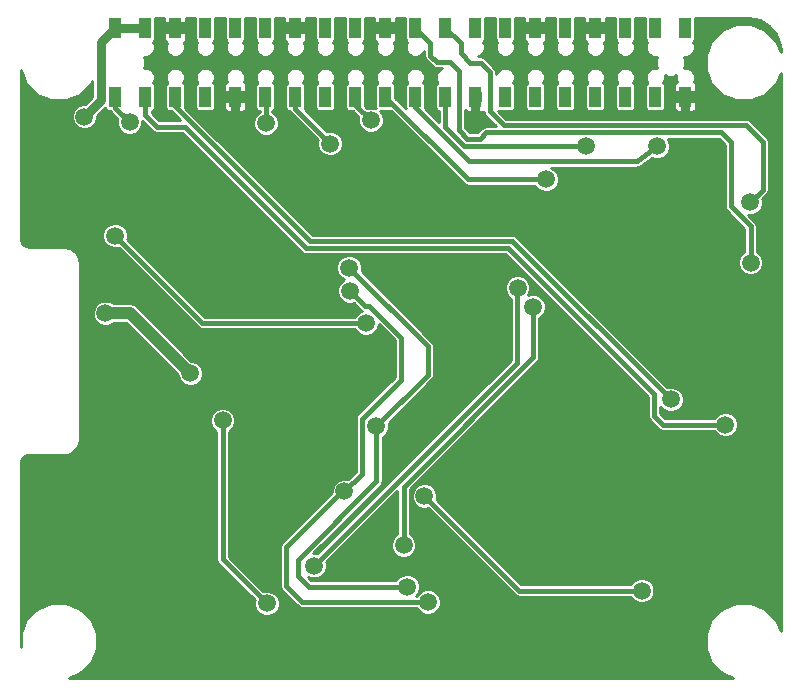
<source format=gbr>
G04 #@! TF.FileFunction,Copper,L2,Bot,Signal*
%FSLAX46Y46*%
G04 Gerber Fmt 4.6, Leading zero omitted, Abs format (unit mm)*
G04 Created by KiCad (PCBNEW 4.0.6) date 06/08/18 14:37:17*
%MOMM*%
%LPD*%
G01*
G04 APERTURE LIST*
%ADD10C,0.100000*%
%ADD11R,1.020000X1.780000*%
%ADD12C,1.500000*%
%ADD13C,0.400000*%
%ADD14C,1.000000*%
%ADD15C,0.800000*%
%ADD16C,0.254000*%
G04 APERTURE END LIST*
D10*
D11*
X173430000Y-73412200D03*
X175970000Y-73412200D03*
X181050000Y-73412200D03*
X178510000Y-73412200D03*
X153110000Y-73412200D03*
X155650000Y-73412200D03*
X160730000Y-73412200D03*
X158190000Y-73412200D03*
X168350000Y-73412200D03*
X170890000Y-73412200D03*
X165810000Y-73412200D03*
X163270000Y-73412200D03*
X142950000Y-73412200D03*
X145490000Y-73412200D03*
X150570000Y-73412200D03*
X148030000Y-73412200D03*
X137870000Y-73412200D03*
X140410000Y-73412200D03*
X135330000Y-73412200D03*
X132790000Y-73412200D03*
X181050000Y-79247800D03*
X178510000Y-79247800D03*
X173430000Y-79247800D03*
X175970000Y-79247800D03*
X165810000Y-79247800D03*
X163270000Y-79247800D03*
X168350000Y-79247800D03*
X170890000Y-79247800D03*
X160730000Y-79247800D03*
X158190000Y-79247800D03*
X153110000Y-79247800D03*
X155650000Y-79247800D03*
X135330000Y-79247800D03*
X132790000Y-79247800D03*
X137870000Y-79247800D03*
X140410000Y-79247800D03*
X150570000Y-79247800D03*
X148030000Y-79247800D03*
X142950000Y-79247800D03*
X145490000Y-79247800D03*
D12*
X184700000Y-112300000D03*
X149000000Y-106000000D03*
X168400000Y-102900000D03*
X168900000Y-114300000D03*
X130760000Y-91030000D03*
X141710000Y-122010000D03*
X163270000Y-81390000D03*
X183410000Y-79690000D03*
X142920000Y-81460000D03*
X139140000Y-102690000D03*
X131940000Y-97590000D03*
X177360000Y-121080000D03*
X158950000Y-113070000D03*
X130170000Y-80940000D03*
X134000000Y-81400000D03*
X154420000Y-81250000D03*
X184440000Y-107010000D03*
X179820000Y-104890000D03*
X152590000Y-93730000D03*
X145550000Y-81500000D03*
X154900000Y-107150000D03*
X157500000Y-120730000D03*
X169260000Y-86250000D03*
X178690000Y-83470000D03*
X186580000Y-93310000D03*
X172670000Y-83460000D03*
X186540000Y-88210000D03*
X152660000Y-95690000D03*
X150980000Y-83230000D03*
X152190000Y-112680000D03*
X159260000Y-122040000D03*
X132770000Y-91010000D03*
X154000000Y-98400000D03*
X145620000Y-122150000D03*
X141880000Y-106670000D03*
X149600000Y-118970000D03*
X166850000Y-95440000D03*
X157200000Y-117230000D03*
X168170000Y-97050000D03*
D13*
X163270000Y-79247800D02*
X163270000Y-81390000D01*
X181050000Y-79247800D02*
X182967800Y-79247800D01*
X182967800Y-79247800D02*
X183410000Y-79690000D01*
X142950000Y-79247800D02*
X142950000Y-81430000D01*
X142950000Y-81430000D02*
X142920000Y-81460000D01*
D14*
X134040000Y-97590000D02*
X131940000Y-97590000D01*
X134040000Y-97590000D02*
X139140000Y-102690000D01*
D13*
X166960000Y-121080000D02*
X177360000Y-121080000D01*
X158950000Y-113070000D02*
X166960000Y-121080000D01*
D15*
X132790000Y-73412200D02*
X135330000Y-73412200D01*
X130170000Y-80940000D02*
X131540000Y-79570000D01*
X131540000Y-79570000D02*
X131540000Y-74662200D01*
X131540000Y-74662200D02*
X132790000Y-73412200D01*
D13*
X132790000Y-79247800D02*
X132790000Y-80190000D01*
X132790000Y-80190000D02*
X134000000Y-81400000D01*
X154420000Y-81250000D02*
X153110000Y-79940000D01*
X153110000Y-79940000D02*
X153110000Y-79247800D01*
X135330000Y-79247800D02*
X135330000Y-80840000D01*
X179130000Y-107010000D02*
X184440000Y-107010000D01*
X178390000Y-106270000D02*
X179130000Y-107010000D01*
X178390000Y-104430000D02*
X178390000Y-106270000D01*
X166040002Y-92080002D02*
X178390000Y-104430000D01*
X148940002Y-92080002D02*
X166040002Y-92080002D01*
X138650000Y-81790000D02*
X148940002Y-92080002D01*
X136280000Y-81790000D02*
X138650000Y-81790000D01*
X135330000Y-80840000D02*
X136280000Y-81790000D01*
X137870000Y-79247800D02*
X137870000Y-80080000D01*
X137870000Y-80080000D02*
X149270000Y-91480000D01*
X149270000Y-91480000D02*
X166410000Y-91480000D01*
X166410000Y-91480000D02*
X179820000Y-104890000D01*
X159260000Y-102790000D02*
X159260000Y-100400000D01*
X159260000Y-100400000D02*
X152590000Y-93730000D01*
X145550000Y-79307800D02*
X145550000Y-81500000D01*
X159260000Y-102790000D02*
X154900000Y-107150000D01*
X145550000Y-79307800D02*
X145490000Y-79247800D01*
X154900000Y-111810000D02*
X154900000Y-107150000D01*
X148250000Y-118460000D02*
X154900000Y-111810000D01*
X148250000Y-119830000D02*
X148250000Y-118460000D01*
X149150000Y-120730000D02*
X148250000Y-119830000D01*
X157500000Y-120730000D02*
X149150000Y-120730000D01*
X155650000Y-79247800D02*
X162652200Y-86250000D01*
X162652200Y-86250000D02*
X169260000Y-86250000D01*
X158190000Y-79247800D02*
X158190000Y-80148530D01*
X176950000Y-84730000D02*
X178690000Y-83470000D01*
X162771470Y-84730000D02*
X176950000Y-84730000D01*
X158190000Y-80148530D02*
X162771470Y-84730000D01*
X163650000Y-82810000D02*
X162600000Y-82810000D01*
X186580000Y-93310000D02*
X186580000Y-90220000D01*
X186580000Y-90220000D02*
X184910000Y-88550000D01*
X184910000Y-88550000D02*
X184910000Y-83100000D01*
X184910000Y-83100000D02*
X184090000Y-82280000D01*
X184090000Y-82280000D02*
X164180000Y-82280000D01*
X164180000Y-82280000D02*
X163650000Y-82810000D01*
X159470000Y-74692200D02*
X158190000Y-73412200D01*
X159470000Y-75780000D02*
X159470000Y-74692200D01*
X160000000Y-76310000D02*
X159470000Y-75780000D01*
X161160000Y-76310000D02*
X160000000Y-76310000D01*
X161890000Y-77040000D02*
X161160000Y-76310000D01*
X161890000Y-82100000D02*
X161890000Y-77040000D01*
X162600000Y-82810000D02*
X161890000Y-82100000D01*
X160730000Y-79247800D02*
X160730000Y-81840000D01*
X172630000Y-83420000D02*
X172670000Y-83460000D01*
X162310000Y-83420000D02*
X172630000Y-83420000D01*
X160730000Y-81840000D02*
X162310000Y-83420000D01*
X162020000Y-74702200D02*
X160730000Y-73412200D01*
X162020000Y-75530000D02*
X162020000Y-74702200D01*
X162860000Y-76370000D02*
X162020000Y-75530000D01*
X163710000Y-76370000D02*
X162860000Y-76370000D01*
X164500000Y-77160000D02*
X163710000Y-76370000D01*
X164500000Y-80490000D02*
X164500000Y-77160000D01*
X165680000Y-81670000D02*
X164500000Y-80490000D01*
X186210000Y-81670000D02*
X165680000Y-81670000D01*
X187600000Y-83060000D02*
X186210000Y-81670000D01*
X187600000Y-87150000D02*
X187600000Y-83060000D01*
X186540000Y-88210000D02*
X187600000Y-87150000D01*
X153920000Y-96950000D02*
X152660000Y-95690000D01*
X152190000Y-112680000D02*
X153660000Y-111210000D01*
X156970000Y-99670000D02*
X154250000Y-96950000D01*
X156970000Y-103210000D02*
X156970000Y-99670000D01*
X153660000Y-106520000D02*
X156970000Y-103210000D01*
X153660000Y-111210000D02*
X153660000Y-106520000D01*
X154250000Y-96950000D02*
X153920000Y-96950000D01*
X148030000Y-80280000D02*
X148030000Y-79247800D01*
X150980000Y-83230000D02*
X148030000Y-80280000D01*
X152190000Y-112430000D02*
X152190000Y-112680000D01*
X147270000Y-117350000D02*
X152190000Y-112430000D01*
X147270000Y-120700000D02*
X147270000Y-117350000D01*
X148610000Y-122040000D02*
X147270000Y-120700000D01*
X159260000Y-122040000D02*
X148610000Y-122040000D01*
X140160000Y-98400000D02*
X132770000Y-91010000D01*
X154000000Y-98400000D02*
X140160000Y-98400000D01*
X145620000Y-122150000D02*
X141880000Y-118410000D01*
X141880000Y-118410000D02*
X141880000Y-106670000D01*
X166790000Y-101780000D02*
X149600000Y-118970000D01*
X166790000Y-95380000D02*
X166790000Y-101780000D01*
X166850000Y-95440000D02*
X166790000Y-95380000D01*
X157200000Y-112270000D02*
X157200000Y-117230000D01*
X168170000Y-101300000D02*
X157200000Y-112270000D01*
X168170000Y-101248530D02*
X168170000Y-101300000D01*
X168170000Y-97050000D02*
X168170000Y-101248530D01*
D16*
G36*
X136933000Y-72932450D02*
X137039750Y-73039200D01*
X137615000Y-73039200D01*
X137615000Y-73019200D01*
X138125000Y-73019200D01*
X138125000Y-73039200D01*
X138700250Y-73039200D01*
X138807000Y-72932450D01*
X138807000Y-72620600D01*
X139566594Y-72620600D01*
X139566594Y-74302200D01*
X139589395Y-74423379D01*
X139661012Y-74534674D01*
X139737763Y-74587116D01*
X139724055Y-74600800D01*
X139600541Y-74898254D01*
X139600260Y-75220333D01*
X139723254Y-75518002D01*
X139950800Y-75745945D01*
X140248254Y-75869459D01*
X140570333Y-75869740D01*
X140868002Y-75746746D01*
X141095945Y-75519200D01*
X141219459Y-75221746D01*
X141219740Y-74899667D01*
X141096746Y-74601998D01*
X141081581Y-74586807D01*
X141152474Y-74541188D01*
X141227138Y-74431914D01*
X141253406Y-74302200D01*
X141253406Y-72620600D01*
X142106594Y-72620600D01*
X142106594Y-74302200D01*
X142129395Y-74423379D01*
X142201012Y-74534674D01*
X142277763Y-74587116D01*
X142264055Y-74600800D01*
X142140541Y-74898254D01*
X142140260Y-75220333D01*
X142263254Y-75518002D01*
X142490800Y-75745945D01*
X142788254Y-75869459D01*
X143110333Y-75869740D01*
X143408002Y-75746746D01*
X143635945Y-75519200D01*
X143759459Y-75221746D01*
X143759740Y-74899667D01*
X143636746Y-74601998D01*
X143621581Y-74586807D01*
X143692474Y-74541188D01*
X143767138Y-74431914D01*
X143793406Y-74302200D01*
X143793406Y-72620600D01*
X144646594Y-72620600D01*
X144646594Y-74302200D01*
X144669395Y-74423379D01*
X144741012Y-74534674D01*
X144817763Y-74587116D01*
X144804055Y-74600800D01*
X144680541Y-74898254D01*
X144680260Y-75220333D01*
X144803254Y-75518002D01*
X145030800Y-75745945D01*
X145328254Y-75869459D01*
X145650333Y-75869740D01*
X145948002Y-75746746D01*
X146175945Y-75519200D01*
X146299459Y-75221746D01*
X146299740Y-74899667D01*
X146176746Y-74601998D01*
X146161581Y-74586807D01*
X146232474Y-74541188D01*
X146307138Y-74431914D01*
X146333406Y-74302200D01*
X146333406Y-73891950D01*
X147093000Y-73891950D01*
X147093000Y-74387136D01*
X147158007Y-74544076D01*
X147278124Y-74664193D01*
X147311919Y-74678191D01*
X147220541Y-74898254D01*
X147220260Y-75220333D01*
X147343254Y-75518002D01*
X147570800Y-75745945D01*
X147868254Y-75869459D01*
X148190333Y-75869740D01*
X148488002Y-75746746D01*
X148715945Y-75519200D01*
X148839459Y-75221746D01*
X148839740Y-74899667D01*
X148748207Y-74678139D01*
X148781876Y-74664193D01*
X148901993Y-74544076D01*
X148967000Y-74387136D01*
X148967000Y-73891950D01*
X148860250Y-73785200D01*
X148285000Y-73785200D01*
X148285000Y-73805200D01*
X147775000Y-73805200D01*
X147775000Y-73785200D01*
X147199750Y-73785200D01*
X147093000Y-73891950D01*
X146333406Y-73891950D01*
X146333406Y-72620600D01*
X147093000Y-72620600D01*
X147093000Y-72932450D01*
X147199750Y-73039200D01*
X147775000Y-73039200D01*
X147775000Y-73019200D01*
X148285000Y-73019200D01*
X148285000Y-73039200D01*
X148860250Y-73039200D01*
X148967000Y-72932450D01*
X148967000Y-72620600D01*
X149726594Y-72620600D01*
X149726594Y-74302200D01*
X149749395Y-74423379D01*
X149821012Y-74534674D01*
X149897763Y-74587116D01*
X149884055Y-74600800D01*
X149760541Y-74898254D01*
X149760260Y-75220333D01*
X149883254Y-75518002D01*
X150110800Y-75745945D01*
X150408254Y-75869459D01*
X150730333Y-75869740D01*
X151028002Y-75746746D01*
X151255945Y-75519200D01*
X151379459Y-75221746D01*
X151379740Y-74899667D01*
X151256746Y-74601998D01*
X151241581Y-74586807D01*
X151312474Y-74541188D01*
X151387138Y-74431914D01*
X151413406Y-74302200D01*
X151413406Y-72620600D01*
X152266594Y-72620600D01*
X152266594Y-74302200D01*
X152289395Y-74423379D01*
X152361012Y-74534674D01*
X152437763Y-74587116D01*
X152424055Y-74600800D01*
X152300541Y-74898254D01*
X152300260Y-75220333D01*
X152423254Y-75518002D01*
X152650800Y-75745945D01*
X152948254Y-75869459D01*
X153270333Y-75869740D01*
X153568002Y-75746746D01*
X153795945Y-75519200D01*
X153919459Y-75221746D01*
X153919740Y-74899667D01*
X153796746Y-74601998D01*
X153781581Y-74586807D01*
X153852474Y-74541188D01*
X153927138Y-74431914D01*
X153953406Y-74302200D01*
X153953406Y-73891950D01*
X154713000Y-73891950D01*
X154713000Y-74387136D01*
X154778007Y-74544076D01*
X154898124Y-74664193D01*
X154931919Y-74678191D01*
X154840541Y-74898254D01*
X154840260Y-75220333D01*
X154963254Y-75518002D01*
X155190800Y-75745945D01*
X155488254Y-75869459D01*
X155810333Y-75869740D01*
X156108002Y-75746746D01*
X156335945Y-75519200D01*
X156459459Y-75221746D01*
X156459740Y-74899667D01*
X156368207Y-74678139D01*
X156401876Y-74664193D01*
X156521993Y-74544076D01*
X156587000Y-74387136D01*
X156587000Y-73891950D01*
X156480250Y-73785200D01*
X155905000Y-73785200D01*
X155905000Y-73805200D01*
X155395000Y-73805200D01*
X155395000Y-73785200D01*
X154819750Y-73785200D01*
X154713000Y-73891950D01*
X153953406Y-73891950D01*
X153953406Y-72620600D01*
X154713000Y-72620600D01*
X154713000Y-72932450D01*
X154819750Y-73039200D01*
X155395000Y-73039200D01*
X155395000Y-73019200D01*
X155905000Y-73019200D01*
X155905000Y-73039200D01*
X156480250Y-73039200D01*
X156587000Y-72932450D01*
X156587000Y-72620600D01*
X157346594Y-72620600D01*
X157346594Y-74302200D01*
X157369395Y-74423379D01*
X157441012Y-74534674D01*
X157517763Y-74587116D01*
X157504055Y-74600800D01*
X157380541Y-74898254D01*
X157380260Y-75220333D01*
X157503254Y-75518002D01*
X157730800Y-75745945D01*
X158028254Y-75869459D01*
X158350333Y-75869740D01*
X158648002Y-75746746D01*
X158875945Y-75519200D01*
X158943000Y-75357714D01*
X158943000Y-75780000D01*
X158983115Y-75981675D01*
X159097355Y-76152645D01*
X159627355Y-76682645D01*
X159798325Y-76796885D01*
X159831785Y-76803540D01*
X160000000Y-76837000D01*
X160456547Y-76837000D01*
X160271998Y-76913254D01*
X160044055Y-77140800D01*
X159920541Y-77438254D01*
X159920260Y-77760333D01*
X160043254Y-78058002D01*
X160058419Y-78073193D01*
X159987526Y-78118812D01*
X159912862Y-78228086D01*
X159886594Y-78357800D01*
X159886594Y-80137800D01*
X159909395Y-80258979D01*
X159981012Y-80370274D01*
X160090286Y-80444938D01*
X160203000Y-80467763D01*
X160203000Y-81416240D01*
X159015076Y-80228316D01*
X159033406Y-80137800D01*
X159033406Y-78357800D01*
X159010605Y-78236621D01*
X158938988Y-78125326D01*
X158862237Y-78072884D01*
X158875945Y-78059200D01*
X158999459Y-77761746D01*
X158999740Y-77439667D01*
X158876746Y-77141998D01*
X158649200Y-76914055D01*
X158351746Y-76790541D01*
X158029667Y-76790260D01*
X157731998Y-76913254D01*
X157504055Y-77140800D01*
X157380541Y-77438254D01*
X157380260Y-77760333D01*
X157503254Y-78058002D01*
X157518419Y-78073193D01*
X157447526Y-78118812D01*
X157372862Y-78228086D01*
X157346594Y-78357800D01*
X157346594Y-80137800D01*
X157360802Y-80213312D01*
X156493406Y-79345916D01*
X156493406Y-78357800D01*
X156470605Y-78236621D01*
X156398988Y-78125326D01*
X156322237Y-78072884D01*
X156335945Y-78059200D01*
X156459459Y-77761746D01*
X156459740Y-77439667D01*
X156336746Y-77141998D01*
X156109200Y-76914055D01*
X155811746Y-76790541D01*
X155489667Y-76790260D01*
X155191998Y-76913254D01*
X154964055Y-77140800D01*
X154840541Y-77438254D01*
X154840260Y-77760333D01*
X154963254Y-78058002D01*
X154978419Y-78073193D01*
X154907526Y-78118812D01*
X154832862Y-78228086D01*
X154806594Y-78357800D01*
X154806594Y-80137800D01*
X154828346Y-80253401D01*
X154635168Y-80173187D01*
X154206711Y-80172813D01*
X154122782Y-80207492D01*
X153953406Y-80038116D01*
X153953406Y-78357800D01*
X153930605Y-78236621D01*
X153858988Y-78125326D01*
X153782237Y-78072884D01*
X153795945Y-78059200D01*
X153919459Y-77761746D01*
X153919740Y-77439667D01*
X153796746Y-77141998D01*
X153569200Y-76914055D01*
X153271746Y-76790541D01*
X152949667Y-76790260D01*
X152651998Y-76913254D01*
X152424055Y-77140800D01*
X152300541Y-77438254D01*
X152300260Y-77760333D01*
X152423254Y-78058002D01*
X152438419Y-78073193D01*
X152367526Y-78118812D01*
X152292862Y-78228086D01*
X152266594Y-78357800D01*
X152266594Y-80137800D01*
X152289395Y-80258979D01*
X152361012Y-80370274D01*
X152470286Y-80444938D01*
X152600000Y-80471206D01*
X152895916Y-80471206D01*
X153377326Y-80952616D01*
X153343187Y-81034832D01*
X153342813Y-81463289D01*
X153506431Y-81859275D01*
X153809132Y-82162504D01*
X154204832Y-82326813D01*
X154633289Y-82327187D01*
X155029275Y-82163569D01*
X155332504Y-81860868D01*
X155496813Y-81465168D01*
X155497187Y-81036711D01*
X155333569Y-80640725D01*
X155164345Y-80471206D01*
X156128116Y-80471206D01*
X162279555Y-86622645D01*
X162450525Y-86736885D01*
X162483985Y-86743540D01*
X162652200Y-86777000D01*
X168312436Y-86777000D01*
X168346431Y-86859275D01*
X168649132Y-87162504D01*
X169044832Y-87326813D01*
X169473289Y-87327187D01*
X169869275Y-87163569D01*
X170172504Y-86860868D01*
X170336813Y-86465168D01*
X170337187Y-86036711D01*
X170173569Y-85640725D01*
X169870868Y-85337496D01*
X169677012Y-85257000D01*
X176950000Y-85257000D01*
X177010540Y-85244958D01*
X177072219Y-85242632D01*
X177110432Y-85225088D01*
X177151674Y-85216885D01*
X177202997Y-85182592D01*
X177259091Y-85156839D01*
X178237563Y-84448290D01*
X178474832Y-84546813D01*
X178903289Y-84547187D01*
X179299275Y-84383569D01*
X179602504Y-84080868D01*
X179766813Y-83685168D01*
X179767187Y-83256711D01*
X179603569Y-82860725D01*
X179549938Y-82807000D01*
X183871710Y-82807000D01*
X184383000Y-83318290D01*
X184383000Y-88550000D01*
X184423115Y-88751675D01*
X184537355Y-88922645D01*
X186053000Y-90438291D01*
X186053000Y-92362436D01*
X185970725Y-92396431D01*
X185667496Y-92699132D01*
X185503187Y-93094832D01*
X185502813Y-93523289D01*
X185666431Y-93919275D01*
X185969132Y-94222504D01*
X186364832Y-94386813D01*
X186793289Y-94387187D01*
X187189275Y-94223569D01*
X187492504Y-93920868D01*
X187656813Y-93525168D01*
X187657187Y-93096711D01*
X187493569Y-92700725D01*
X187190868Y-92397496D01*
X187107000Y-92362671D01*
X187107000Y-90220000D01*
X187066885Y-90018326D01*
X187009747Y-89932813D01*
X186952646Y-89847355D01*
X186392162Y-89286872D01*
X186753289Y-89287187D01*
X187149275Y-89123569D01*
X187452504Y-88820868D01*
X187616813Y-88425168D01*
X187617187Y-87996711D01*
X187582508Y-87912782D01*
X187972645Y-87522646D01*
X188086884Y-87351675D01*
X188086885Y-87351674D01*
X188127000Y-87150000D01*
X188127000Y-83060000D01*
X188117388Y-83011675D01*
X188086885Y-82858325D01*
X187972645Y-82687355D01*
X186582645Y-81297355D01*
X186411675Y-81183115D01*
X186210000Y-81143000D01*
X165898290Y-81143000D01*
X165207831Y-80452541D01*
X165300000Y-80471206D01*
X166320000Y-80471206D01*
X166441179Y-80448405D01*
X166552474Y-80376788D01*
X166627138Y-80267514D01*
X166653406Y-80137800D01*
X166653406Y-78357800D01*
X167506594Y-78357800D01*
X167506594Y-80137800D01*
X167529395Y-80258979D01*
X167601012Y-80370274D01*
X167710286Y-80444938D01*
X167840000Y-80471206D01*
X168860000Y-80471206D01*
X168981179Y-80448405D01*
X169092474Y-80376788D01*
X169167138Y-80267514D01*
X169193406Y-80137800D01*
X169193406Y-78357800D01*
X170046594Y-78357800D01*
X170046594Y-80137800D01*
X170069395Y-80258979D01*
X170141012Y-80370274D01*
X170250286Y-80444938D01*
X170380000Y-80471206D01*
X171400000Y-80471206D01*
X171521179Y-80448405D01*
X171632474Y-80376788D01*
X171707138Y-80267514D01*
X171733406Y-80137800D01*
X171733406Y-78357800D01*
X172586594Y-78357800D01*
X172586594Y-80137800D01*
X172609395Y-80258979D01*
X172681012Y-80370274D01*
X172790286Y-80444938D01*
X172920000Y-80471206D01*
X173940000Y-80471206D01*
X174061179Y-80448405D01*
X174172474Y-80376788D01*
X174247138Y-80267514D01*
X174273406Y-80137800D01*
X174273406Y-78357800D01*
X175126594Y-78357800D01*
X175126594Y-80137800D01*
X175149395Y-80258979D01*
X175221012Y-80370274D01*
X175330286Y-80444938D01*
X175460000Y-80471206D01*
X176480000Y-80471206D01*
X176601179Y-80448405D01*
X176712474Y-80376788D01*
X176787138Y-80267514D01*
X176813406Y-80137800D01*
X176813406Y-78357800D01*
X176790605Y-78236621D01*
X176718988Y-78125326D01*
X176642237Y-78072884D01*
X176655945Y-78059200D01*
X176779459Y-77761746D01*
X176779740Y-77439667D01*
X176656746Y-77141998D01*
X176429200Y-76914055D01*
X176131746Y-76790541D01*
X175809667Y-76790260D01*
X175511998Y-76913254D01*
X175284055Y-77140800D01*
X175160541Y-77438254D01*
X175160260Y-77760333D01*
X175283254Y-78058002D01*
X175298419Y-78073193D01*
X175227526Y-78118812D01*
X175152862Y-78228086D01*
X175126594Y-78357800D01*
X174273406Y-78357800D01*
X174250605Y-78236621D01*
X174178988Y-78125326D01*
X174102237Y-78072884D01*
X174115945Y-78059200D01*
X174239459Y-77761746D01*
X174239740Y-77439667D01*
X174116746Y-77141998D01*
X173889200Y-76914055D01*
X173591746Y-76790541D01*
X173269667Y-76790260D01*
X172971998Y-76913254D01*
X172744055Y-77140800D01*
X172620541Y-77438254D01*
X172620260Y-77760333D01*
X172743254Y-78058002D01*
X172758419Y-78073193D01*
X172687526Y-78118812D01*
X172612862Y-78228086D01*
X172586594Y-78357800D01*
X171733406Y-78357800D01*
X171710605Y-78236621D01*
X171638988Y-78125326D01*
X171562237Y-78072884D01*
X171575945Y-78059200D01*
X171699459Y-77761746D01*
X171699740Y-77439667D01*
X171576746Y-77141998D01*
X171349200Y-76914055D01*
X171051746Y-76790541D01*
X170729667Y-76790260D01*
X170431998Y-76913254D01*
X170204055Y-77140800D01*
X170080541Y-77438254D01*
X170080260Y-77760333D01*
X170203254Y-78058002D01*
X170218419Y-78073193D01*
X170147526Y-78118812D01*
X170072862Y-78228086D01*
X170046594Y-78357800D01*
X169193406Y-78357800D01*
X169170605Y-78236621D01*
X169098988Y-78125326D01*
X169022237Y-78072884D01*
X169035945Y-78059200D01*
X169159459Y-77761746D01*
X169159740Y-77439667D01*
X169036746Y-77141998D01*
X168809200Y-76914055D01*
X168511746Y-76790541D01*
X168189667Y-76790260D01*
X167891998Y-76913254D01*
X167664055Y-77140800D01*
X167540541Y-77438254D01*
X167540260Y-77760333D01*
X167663254Y-78058002D01*
X167678419Y-78073193D01*
X167607526Y-78118812D01*
X167532862Y-78228086D01*
X167506594Y-78357800D01*
X166653406Y-78357800D01*
X166630605Y-78236621D01*
X166558988Y-78125326D01*
X166482237Y-78072884D01*
X166495945Y-78059200D01*
X166619459Y-77761746D01*
X166619740Y-77439667D01*
X166496746Y-77141998D01*
X166269200Y-76914055D01*
X165971746Y-76790541D01*
X165649667Y-76790260D01*
X165351998Y-76913254D01*
X165124055Y-77140800D01*
X165027000Y-77374534D01*
X165027000Y-77160000D01*
X164986885Y-76958326D01*
X164872645Y-76787355D01*
X164082645Y-75997355D01*
X163911675Y-75883115D01*
X163710000Y-75843000D01*
X163495049Y-75843000D01*
X163728002Y-75746746D01*
X163955945Y-75519200D01*
X164079459Y-75221746D01*
X164079740Y-74899667D01*
X163956746Y-74601998D01*
X163941581Y-74586807D01*
X164012474Y-74541188D01*
X164087138Y-74431914D01*
X164113406Y-74302200D01*
X164113406Y-72620600D01*
X164966594Y-72620600D01*
X164966594Y-74302200D01*
X164989395Y-74423379D01*
X165061012Y-74534674D01*
X165137763Y-74587116D01*
X165124055Y-74600800D01*
X165000541Y-74898254D01*
X165000260Y-75220333D01*
X165123254Y-75518002D01*
X165350800Y-75745945D01*
X165648254Y-75869459D01*
X165970333Y-75869740D01*
X166268002Y-75746746D01*
X166495945Y-75519200D01*
X166619459Y-75221746D01*
X166619740Y-74899667D01*
X166496746Y-74601998D01*
X166481581Y-74586807D01*
X166552474Y-74541188D01*
X166627138Y-74431914D01*
X166653406Y-74302200D01*
X166653406Y-73891950D01*
X167413000Y-73891950D01*
X167413000Y-74387136D01*
X167478007Y-74544076D01*
X167598124Y-74664193D01*
X167631919Y-74678191D01*
X167540541Y-74898254D01*
X167540260Y-75220333D01*
X167663254Y-75518002D01*
X167890800Y-75745945D01*
X168188254Y-75869459D01*
X168510333Y-75869740D01*
X168808002Y-75746746D01*
X169035945Y-75519200D01*
X169159459Y-75221746D01*
X169159740Y-74899667D01*
X169068207Y-74678139D01*
X169101876Y-74664193D01*
X169221993Y-74544076D01*
X169287000Y-74387136D01*
X169287000Y-73891950D01*
X169180250Y-73785200D01*
X168605000Y-73785200D01*
X168605000Y-73805200D01*
X168095000Y-73805200D01*
X168095000Y-73785200D01*
X167519750Y-73785200D01*
X167413000Y-73891950D01*
X166653406Y-73891950D01*
X166653406Y-72620600D01*
X167413000Y-72620600D01*
X167413000Y-72932450D01*
X167519750Y-73039200D01*
X168095000Y-73039200D01*
X168095000Y-73019200D01*
X168605000Y-73019200D01*
X168605000Y-73039200D01*
X169180250Y-73039200D01*
X169287000Y-72932450D01*
X169287000Y-72620600D01*
X170046594Y-72620600D01*
X170046594Y-74302200D01*
X170069395Y-74423379D01*
X170141012Y-74534674D01*
X170217763Y-74587116D01*
X170204055Y-74600800D01*
X170080541Y-74898254D01*
X170080260Y-75220333D01*
X170203254Y-75518002D01*
X170430800Y-75745945D01*
X170728254Y-75869459D01*
X171050333Y-75869740D01*
X171348002Y-75746746D01*
X171575945Y-75519200D01*
X171699459Y-75221746D01*
X171699740Y-74899667D01*
X171576746Y-74601998D01*
X171561581Y-74586807D01*
X171632474Y-74541188D01*
X171707138Y-74431914D01*
X171733406Y-74302200D01*
X171733406Y-73891950D01*
X172493000Y-73891950D01*
X172493000Y-74387136D01*
X172558007Y-74544076D01*
X172678124Y-74664193D01*
X172711919Y-74678191D01*
X172620541Y-74898254D01*
X172620260Y-75220333D01*
X172743254Y-75518002D01*
X172970800Y-75745945D01*
X173268254Y-75869459D01*
X173590333Y-75869740D01*
X173888002Y-75746746D01*
X174115945Y-75519200D01*
X174239459Y-75221746D01*
X174239740Y-74899667D01*
X174148207Y-74678139D01*
X174181876Y-74664193D01*
X174301993Y-74544076D01*
X174367000Y-74387136D01*
X174367000Y-73891950D01*
X174260250Y-73785200D01*
X173685000Y-73785200D01*
X173685000Y-73805200D01*
X173175000Y-73805200D01*
X173175000Y-73785200D01*
X172599750Y-73785200D01*
X172493000Y-73891950D01*
X171733406Y-73891950D01*
X171733406Y-72620600D01*
X172493000Y-72620600D01*
X172493000Y-72932450D01*
X172599750Y-73039200D01*
X173175000Y-73039200D01*
X173175000Y-73019200D01*
X173685000Y-73019200D01*
X173685000Y-73039200D01*
X174260250Y-73039200D01*
X174367000Y-72932450D01*
X174367000Y-72620600D01*
X175126594Y-72620600D01*
X175126594Y-74302200D01*
X175149395Y-74423379D01*
X175221012Y-74534674D01*
X175297763Y-74587116D01*
X175284055Y-74600800D01*
X175160541Y-74898254D01*
X175160260Y-75220333D01*
X175283254Y-75518002D01*
X175510800Y-75745945D01*
X175808254Y-75869459D01*
X176130333Y-75869740D01*
X176428002Y-75746746D01*
X176655945Y-75519200D01*
X176779459Y-75221746D01*
X176779740Y-74899667D01*
X176656746Y-74601998D01*
X176641581Y-74586807D01*
X176712474Y-74541188D01*
X176787138Y-74431914D01*
X176813406Y-74302200D01*
X176813406Y-72620600D01*
X177666594Y-72620600D01*
X177666594Y-74302200D01*
X177689395Y-74423379D01*
X177761012Y-74534674D01*
X177837763Y-74587116D01*
X177824055Y-74600800D01*
X177700541Y-74898254D01*
X177700260Y-75220333D01*
X177823254Y-75518002D01*
X178050800Y-75745945D01*
X178348254Y-75869459D01*
X178654456Y-75869726D01*
X178564211Y-76087061D01*
X178563789Y-76570816D01*
X178654571Y-76790526D01*
X178349667Y-76790260D01*
X178051998Y-76913254D01*
X177824055Y-77140800D01*
X177700541Y-77438254D01*
X177700260Y-77760333D01*
X177823254Y-78058002D01*
X177838419Y-78073193D01*
X177767526Y-78118812D01*
X177692862Y-78228086D01*
X177666594Y-78357800D01*
X177666594Y-80137800D01*
X177689395Y-80258979D01*
X177761012Y-80370274D01*
X177870286Y-80444938D01*
X178000000Y-80471206D01*
X179020000Y-80471206D01*
X179141179Y-80448405D01*
X179252474Y-80376788D01*
X179327138Y-80267514D01*
X179353406Y-80137800D01*
X179353406Y-79727550D01*
X180113000Y-79727550D01*
X180113000Y-80222736D01*
X180178007Y-80379676D01*
X180298124Y-80499793D01*
X180455065Y-80564800D01*
X180688250Y-80564800D01*
X180795000Y-80458050D01*
X180795000Y-79620800D01*
X181305000Y-79620800D01*
X181305000Y-80458050D01*
X181411750Y-80564800D01*
X181644935Y-80564800D01*
X181801876Y-80499793D01*
X181921993Y-80379676D01*
X181987000Y-80222736D01*
X181987000Y-79727550D01*
X181880250Y-79620800D01*
X181305000Y-79620800D01*
X180795000Y-79620800D01*
X180219750Y-79620800D01*
X180113000Y-79727550D01*
X179353406Y-79727550D01*
X179353406Y-78357800D01*
X179330605Y-78236621D01*
X179258988Y-78125326D01*
X179182237Y-78072884D01*
X179195945Y-78059200D01*
X179319459Y-77761746D01*
X179319726Y-77455544D01*
X179537061Y-77545789D01*
X180020816Y-77546211D01*
X180240526Y-77455429D01*
X180240260Y-77760333D01*
X180331793Y-77981861D01*
X180298124Y-77995807D01*
X180178007Y-78115924D01*
X180113000Y-78272864D01*
X180113000Y-78768050D01*
X180219750Y-78874800D01*
X180795000Y-78874800D01*
X180795000Y-78854800D01*
X181305000Y-78854800D01*
X181305000Y-78874800D01*
X181880250Y-78874800D01*
X181987000Y-78768050D01*
X181987000Y-78272864D01*
X181921993Y-78115924D01*
X181801876Y-77995807D01*
X181768081Y-77981809D01*
X181859459Y-77761746D01*
X181859740Y-77439667D01*
X181736746Y-77141998D01*
X181509200Y-76914055D01*
X181211746Y-76790541D01*
X180905544Y-76790274D01*
X180995789Y-76572939D01*
X180996211Y-76089184D01*
X180905429Y-75869474D01*
X181210333Y-75869740D01*
X181508002Y-75746746D01*
X181735945Y-75519200D01*
X181859459Y-75221746D01*
X181859740Y-74899667D01*
X181736746Y-74601998D01*
X181721581Y-74586807D01*
X181792474Y-74541188D01*
X181867138Y-74431914D01*
X181893406Y-74302200D01*
X181893406Y-72620600D01*
X186412583Y-72620600D01*
X187353461Y-72786492D01*
X188157016Y-73250630D01*
X188751757Y-73960230D01*
X189073389Y-74844806D01*
X189114100Y-75305819D01*
X189114100Y-75450536D01*
X188727313Y-74514439D01*
X187820336Y-73605877D01*
X186634706Y-73113561D01*
X185350926Y-73112441D01*
X184164439Y-73602687D01*
X183255877Y-74509664D01*
X182763561Y-75695294D01*
X182762441Y-76979074D01*
X183252687Y-78165561D01*
X184159664Y-79074123D01*
X185345294Y-79566439D01*
X186629074Y-79567559D01*
X187815561Y-79077313D01*
X188724123Y-78170336D01*
X189114100Y-77231166D01*
X189114100Y-124460536D01*
X188727313Y-123524439D01*
X187820336Y-122615877D01*
X186634706Y-122123561D01*
X185350926Y-122122441D01*
X184164439Y-122612687D01*
X183255877Y-123519664D01*
X182763561Y-124705294D01*
X182762441Y-125989074D01*
X183252687Y-127175561D01*
X184159664Y-128084123D01*
X185080772Y-128466600D01*
X128883414Y-128466600D01*
X129825561Y-128077313D01*
X130734123Y-127170336D01*
X131226439Y-125984706D01*
X131227559Y-124700926D01*
X130737313Y-123514439D01*
X129830336Y-122605877D01*
X128644706Y-122113561D01*
X127360926Y-122112441D01*
X126174439Y-122602687D01*
X125265877Y-123509664D01*
X124773561Y-124695294D01*
X124772571Y-125829935D01*
X124768100Y-125778851D01*
X124768100Y-110322417D01*
X124813471Y-110065089D01*
X124929491Y-109864174D01*
X125107237Y-109715084D01*
X125338444Y-109630854D01*
X125455829Y-109620600D01*
X128439100Y-109620600D01*
X128455380Y-109617362D01*
X128471877Y-109619172D01*
X128636877Y-109604772D01*
X128684228Y-109590982D01*
X128732983Y-109583486D01*
X129044982Y-109469986D01*
X129101149Y-109435916D01*
X129158731Y-109404247D01*
X129410731Y-109192347D01*
X129451496Y-109141447D01*
X129494509Y-109092443D01*
X129659509Y-108806943D01*
X129680619Y-108744844D01*
X129704378Y-108683733D01*
X129762378Y-108354633D01*
X129761655Y-108321604D01*
X129768100Y-108289200D01*
X129768100Y-106883289D01*
X140802813Y-106883289D01*
X140966431Y-107279275D01*
X141269132Y-107582504D01*
X141353000Y-107617329D01*
X141353000Y-118410000D01*
X141393115Y-118611675D01*
X141507355Y-118782645D01*
X144577326Y-121852616D01*
X144543187Y-121934832D01*
X144542813Y-122363289D01*
X144706431Y-122759275D01*
X145009132Y-123062504D01*
X145404832Y-123226813D01*
X145833289Y-123227187D01*
X146229275Y-123063569D01*
X146532504Y-122760868D01*
X146696813Y-122365168D01*
X146697187Y-121936711D01*
X146533569Y-121540725D01*
X146230868Y-121237496D01*
X145835168Y-121073187D01*
X145406711Y-121072813D01*
X145322782Y-121107492D01*
X142407000Y-118191710D01*
X142407000Y-107617564D01*
X142489275Y-107583569D01*
X142792504Y-107280868D01*
X142956813Y-106885168D01*
X142957187Y-106456711D01*
X142793569Y-106060725D01*
X142490868Y-105757496D01*
X142095168Y-105593187D01*
X141666711Y-105592813D01*
X141270725Y-105756431D01*
X140967496Y-106059132D01*
X140803187Y-106454832D01*
X140802813Y-106883289D01*
X129768100Y-106883289D01*
X129768100Y-97803289D01*
X130862813Y-97803289D01*
X131026431Y-98199275D01*
X131329132Y-98502504D01*
X131724832Y-98666813D01*
X132153289Y-98667187D01*
X132549275Y-98503569D01*
X132635995Y-98417000D01*
X133697446Y-98417000D01*
X138062918Y-102782472D01*
X138062813Y-102903289D01*
X138226431Y-103299275D01*
X138529132Y-103602504D01*
X138924832Y-103766813D01*
X139353289Y-103767187D01*
X139749275Y-103603569D01*
X140052504Y-103300868D01*
X140216813Y-102905168D01*
X140217187Y-102476711D01*
X140053569Y-102080725D01*
X139750868Y-101777496D01*
X139355168Y-101613187D01*
X139232634Y-101613080D01*
X134624777Y-97005223D01*
X134356479Y-96825952D01*
X134040000Y-96763000D01*
X132636223Y-96763000D01*
X132550868Y-96677496D01*
X132155168Y-96513187D01*
X131726711Y-96512813D01*
X131330725Y-96676431D01*
X131027496Y-96979132D01*
X130863187Y-97374832D01*
X130862813Y-97803289D01*
X129768100Y-97803289D01*
X129768100Y-93295800D01*
X129764949Y-93279960D01*
X129766749Y-93263907D01*
X129752749Y-93099007D01*
X129738869Y-93050928D01*
X129731190Y-93001480D01*
X129617190Y-92689580D01*
X129583265Y-92633844D01*
X129551874Y-92576640D01*
X129339874Y-92324040D01*
X129288915Y-92283149D01*
X129239819Y-92240035D01*
X128954819Y-92075235D01*
X128892705Y-92054104D01*
X128831552Y-92030325D01*
X128502553Y-91972325D01*
X128469512Y-91973047D01*
X128437100Y-91966600D01*
X125469617Y-91966600D01*
X125212721Y-91921305D01*
X125011674Y-91805209D01*
X124862616Y-91627501D01*
X124778312Y-91395879D01*
X124768100Y-91279245D01*
X124768100Y-91223289D01*
X131692813Y-91223289D01*
X131856431Y-91619275D01*
X132159132Y-91922504D01*
X132554832Y-92086813D01*
X132983289Y-92087187D01*
X133067218Y-92052508D01*
X139787355Y-98772645D01*
X139958325Y-98886885D01*
X139991785Y-98893540D01*
X140160000Y-98927000D01*
X153052436Y-98927000D01*
X153086431Y-99009275D01*
X153389132Y-99312504D01*
X153784832Y-99476813D01*
X154213289Y-99477187D01*
X154609275Y-99313569D01*
X154912504Y-99010868D01*
X155076813Y-98615168D01*
X155076894Y-98522184D01*
X156443000Y-99888290D01*
X156443000Y-102991710D01*
X153287355Y-106147355D01*
X153173115Y-106318325D01*
X153142612Y-106471675D01*
X153133000Y-106520000D01*
X153133000Y-110991710D01*
X152487384Y-111637326D01*
X152405168Y-111603187D01*
X151976711Y-111602813D01*
X151580725Y-111766431D01*
X151277496Y-112069132D01*
X151113187Y-112464832D01*
X151112928Y-112761782D01*
X146897355Y-116977355D01*
X146783115Y-117148325D01*
X146783115Y-117148326D01*
X146743000Y-117350000D01*
X146743000Y-120700000D01*
X146783115Y-120901675D01*
X146897355Y-121072645D01*
X148237355Y-122412645D01*
X148408325Y-122526885D01*
X148441785Y-122533540D01*
X148610000Y-122567000D01*
X158312436Y-122567000D01*
X158346431Y-122649275D01*
X158649132Y-122952504D01*
X159044832Y-123116813D01*
X159473289Y-123117187D01*
X159869275Y-122953569D01*
X160172504Y-122650868D01*
X160336813Y-122255168D01*
X160337187Y-121826711D01*
X160173569Y-121430725D01*
X159870868Y-121127496D01*
X159475168Y-120963187D01*
X159046711Y-120962813D01*
X158650725Y-121126431D01*
X158347496Y-121429132D01*
X158312671Y-121513000D01*
X158240072Y-121513000D01*
X158412504Y-121340868D01*
X158576813Y-120945168D01*
X158577187Y-120516711D01*
X158413569Y-120120725D01*
X158110868Y-119817496D01*
X157715168Y-119653187D01*
X157286711Y-119652813D01*
X156890725Y-119816431D01*
X156587496Y-120119132D01*
X156552671Y-120203000D01*
X149368290Y-120203000D01*
X149089449Y-119924159D01*
X149384832Y-120046813D01*
X149813289Y-120047187D01*
X150209275Y-119883569D01*
X150512504Y-119580868D01*
X150676813Y-119185168D01*
X150677187Y-118756711D01*
X150642508Y-118672782D01*
X156673000Y-112642290D01*
X156673000Y-116282436D01*
X156590725Y-116316431D01*
X156287496Y-116619132D01*
X156123187Y-117014832D01*
X156122813Y-117443289D01*
X156286431Y-117839275D01*
X156589132Y-118142504D01*
X156984832Y-118306813D01*
X157413289Y-118307187D01*
X157809275Y-118143569D01*
X158112504Y-117840868D01*
X158276813Y-117445168D01*
X158277187Y-117016711D01*
X158113569Y-116620725D01*
X157810868Y-116317496D01*
X157727000Y-116282671D01*
X157727000Y-113283289D01*
X157872813Y-113283289D01*
X158036431Y-113679275D01*
X158339132Y-113982504D01*
X158734832Y-114146813D01*
X159163289Y-114147187D01*
X159247218Y-114112508D01*
X166587355Y-121452646D01*
X166716791Y-121539132D01*
X166758326Y-121566885D01*
X166960000Y-121607000D01*
X176412436Y-121607000D01*
X176446431Y-121689275D01*
X176749132Y-121992504D01*
X177144832Y-122156813D01*
X177573289Y-122157187D01*
X177969275Y-121993569D01*
X178272504Y-121690868D01*
X178436813Y-121295168D01*
X178437187Y-120866711D01*
X178273569Y-120470725D01*
X177970868Y-120167496D01*
X177575168Y-120003187D01*
X177146711Y-120002813D01*
X176750725Y-120166431D01*
X176447496Y-120469132D01*
X176412671Y-120553000D01*
X167178291Y-120553000D01*
X159992674Y-113367384D01*
X160026813Y-113285168D01*
X160027187Y-112856711D01*
X159863569Y-112460725D01*
X159560868Y-112157496D01*
X159165168Y-111993187D01*
X158736711Y-111992813D01*
X158340725Y-112156431D01*
X158037496Y-112459132D01*
X157873187Y-112854832D01*
X157872813Y-113283289D01*
X157727000Y-113283289D01*
X157727000Y-112488290D01*
X168542645Y-101672645D01*
X168656885Y-101501674D01*
X168697000Y-101300000D01*
X168697000Y-97997564D01*
X168779275Y-97963569D01*
X169082504Y-97660868D01*
X169246813Y-97265168D01*
X169247187Y-96836711D01*
X169083569Y-96440725D01*
X168780868Y-96137496D01*
X168385168Y-95973187D01*
X167956711Y-95972813D01*
X167758761Y-96054604D01*
X167762504Y-96050868D01*
X167926813Y-95655168D01*
X167927187Y-95226711D01*
X167763569Y-94830725D01*
X167460868Y-94527496D01*
X167065168Y-94363187D01*
X166636711Y-94362813D01*
X166240725Y-94526431D01*
X165937496Y-94829132D01*
X165773187Y-95224832D01*
X165772813Y-95653289D01*
X165936431Y-96049275D01*
X166239132Y-96352504D01*
X166263000Y-96362415D01*
X166263000Y-101561710D01*
X149897384Y-117927326D01*
X149815168Y-117893187D01*
X149562324Y-117892966D01*
X155272645Y-112182645D01*
X155386885Y-112011675D01*
X155409624Y-111897355D01*
X155427000Y-111810000D01*
X155427000Y-108097564D01*
X155509275Y-108063569D01*
X155812504Y-107760868D01*
X155976813Y-107365168D01*
X155977187Y-106936711D01*
X155942508Y-106852782D01*
X159632645Y-103162645D01*
X159746885Y-102991675D01*
X159787000Y-102790000D01*
X159787000Y-100400000D01*
X159746885Y-100198326D01*
X159642862Y-100042645D01*
X159632645Y-100027354D01*
X153632674Y-94027384D01*
X153666813Y-93945168D01*
X153667187Y-93516711D01*
X153503569Y-93120725D01*
X153200868Y-92817496D01*
X152805168Y-92653187D01*
X152376711Y-92652813D01*
X151980725Y-92816431D01*
X151677496Y-93119132D01*
X151513187Y-93514832D01*
X151512813Y-93943289D01*
X151676431Y-94339275D01*
X151979132Y-94642504D01*
X152176504Y-94724460D01*
X152050725Y-94776431D01*
X151747496Y-95079132D01*
X151583187Y-95474832D01*
X151582813Y-95903289D01*
X151746431Y-96299275D01*
X152049132Y-96602504D01*
X152444832Y-96766813D01*
X152873289Y-96767187D01*
X152957218Y-96732508D01*
X153547355Y-97322645D01*
X153638968Y-97383859D01*
X153390725Y-97486431D01*
X153087496Y-97789132D01*
X153052671Y-97873000D01*
X140378290Y-97873000D01*
X133812674Y-91307384D01*
X133846813Y-91225168D01*
X133847187Y-90796711D01*
X133683569Y-90400725D01*
X133380868Y-90097496D01*
X132985168Y-89933187D01*
X132556711Y-89932813D01*
X132160725Y-90096431D01*
X131857496Y-90399132D01*
X131693187Y-90794832D01*
X131692813Y-91223289D01*
X124768100Y-91223289D01*
X124768100Y-77026972D01*
X125242687Y-78175561D01*
X126149664Y-79084123D01*
X127335294Y-79576439D01*
X128619074Y-79577559D01*
X129805561Y-79087313D01*
X130714123Y-78180336D01*
X130813000Y-77942213D01*
X130813000Y-79268867D01*
X130218825Y-79863042D01*
X129956711Y-79862813D01*
X129560725Y-80026431D01*
X129257496Y-80329132D01*
X129093187Y-80724832D01*
X129092813Y-81153289D01*
X129256431Y-81549275D01*
X129559132Y-81852504D01*
X129954832Y-82016813D01*
X130383289Y-82017187D01*
X130779275Y-81853569D01*
X131082504Y-81550868D01*
X131246813Y-81155168D01*
X131247044Y-80891090D01*
X131955104Y-80183029D01*
X131969395Y-80258979D01*
X132041012Y-80370274D01*
X132150286Y-80444938D01*
X132280000Y-80471206D01*
X132356257Y-80471206D01*
X132417355Y-80562645D01*
X132957326Y-81102616D01*
X132923187Y-81184832D01*
X132922813Y-81613289D01*
X133086431Y-82009275D01*
X133389132Y-82312504D01*
X133784832Y-82476813D01*
X134213289Y-82477187D01*
X134609275Y-82313569D01*
X134912504Y-82010868D01*
X135076813Y-81615168D01*
X135077060Y-81332350D01*
X135907355Y-82162645D01*
X136078325Y-82276885D01*
X136280000Y-82317000D01*
X138431710Y-82317000D01*
X148567356Y-92452647D01*
X148636341Y-92498741D01*
X148738328Y-92566887D01*
X148940002Y-92607002D01*
X165821712Y-92607002D01*
X177863000Y-104648291D01*
X177863000Y-106270000D01*
X177903115Y-106471675D01*
X178017355Y-106642645D01*
X178757355Y-107382645D01*
X178928325Y-107496885D01*
X179130000Y-107537000D01*
X183492436Y-107537000D01*
X183526431Y-107619275D01*
X183829132Y-107922504D01*
X184224832Y-108086813D01*
X184653289Y-108087187D01*
X185049275Y-107923569D01*
X185352504Y-107620868D01*
X185516813Y-107225168D01*
X185517187Y-106796711D01*
X185353569Y-106400725D01*
X185050868Y-106097496D01*
X184655168Y-105933187D01*
X184226711Y-105932813D01*
X183830725Y-106096431D01*
X183527496Y-106399132D01*
X183492671Y-106483000D01*
X179348290Y-106483000D01*
X178917000Y-106051710D01*
X178917000Y-105509862D01*
X179209132Y-105802504D01*
X179604832Y-105966813D01*
X180033289Y-105967187D01*
X180429275Y-105803569D01*
X180732504Y-105500868D01*
X180896813Y-105105168D01*
X180897187Y-104676711D01*
X180733569Y-104280725D01*
X180430868Y-103977496D01*
X180035168Y-103813187D01*
X179606711Y-103812813D01*
X179522782Y-103847492D01*
X166782645Y-91107355D01*
X166611675Y-90993115D01*
X166410000Y-90953000D01*
X149488291Y-90953000D01*
X140248580Y-81713289D01*
X144472813Y-81713289D01*
X144636431Y-82109275D01*
X144939132Y-82412504D01*
X145334832Y-82576813D01*
X145763289Y-82577187D01*
X146159275Y-82413569D01*
X146462504Y-82110868D01*
X146626813Y-81715168D01*
X146627187Y-81286711D01*
X146463569Y-80890725D01*
X146160868Y-80587496D01*
X146077000Y-80552671D01*
X146077000Y-80456718D01*
X146121179Y-80448405D01*
X146232474Y-80376788D01*
X146307138Y-80267514D01*
X146333406Y-80137800D01*
X146333406Y-78357800D01*
X147186594Y-78357800D01*
X147186594Y-80137800D01*
X147209395Y-80258979D01*
X147281012Y-80370274D01*
X147390286Y-80444938D01*
X147520000Y-80471206D01*
X147541033Y-80471206D01*
X147543115Y-80481675D01*
X147657355Y-80652645D01*
X149937326Y-82932616D01*
X149903187Y-83014832D01*
X149902813Y-83443289D01*
X150066431Y-83839275D01*
X150369132Y-84142504D01*
X150764832Y-84306813D01*
X151193289Y-84307187D01*
X151589275Y-84143569D01*
X151892504Y-83840868D01*
X152056813Y-83445168D01*
X152057187Y-83016711D01*
X151893569Y-82620725D01*
X151590868Y-82317496D01*
X151195168Y-82153187D01*
X150766711Y-82152813D01*
X150682782Y-82187492D01*
X148812905Y-80317615D01*
X148847138Y-80267514D01*
X148873406Y-80137800D01*
X148873406Y-78357800D01*
X149726594Y-78357800D01*
X149726594Y-80137800D01*
X149749395Y-80258979D01*
X149821012Y-80370274D01*
X149930286Y-80444938D01*
X150060000Y-80471206D01*
X151080000Y-80471206D01*
X151201179Y-80448405D01*
X151312474Y-80376788D01*
X151387138Y-80267514D01*
X151413406Y-80137800D01*
X151413406Y-78357800D01*
X151390605Y-78236621D01*
X151318988Y-78125326D01*
X151242237Y-78072884D01*
X151255945Y-78059200D01*
X151379459Y-77761746D01*
X151379740Y-77439667D01*
X151256746Y-77141998D01*
X151029200Y-76914055D01*
X150731746Y-76790541D01*
X150409667Y-76790260D01*
X150111998Y-76913254D01*
X149884055Y-77140800D01*
X149760541Y-77438254D01*
X149760260Y-77760333D01*
X149883254Y-78058002D01*
X149898419Y-78073193D01*
X149827526Y-78118812D01*
X149752862Y-78228086D01*
X149726594Y-78357800D01*
X148873406Y-78357800D01*
X148850605Y-78236621D01*
X148778988Y-78125326D01*
X148702237Y-78072884D01*
X148715945Y-78059200D01*
X148839459Y-77761746D01*
X148839740Y-77439667D01*
X148716746Y-77141998D01*
X148489200Y-76914055D01*
X148191746Y-76790541D01*
X147869667Y-76790260D01*
X147571998Y-76913254D01*
X147344055Y-77140800D01*
X147220541Y-77438254D01*
X147220260Y-77760333D01*
X147343254Y-78058002D01*
X147358419Y-78073193D01*
X147287526Y-78118812D01*
X147212862Y-78228086D01*
X147186594Y-78357800D01*
X146333406Y-78357800D01*
X146310605Y-78236621D01*
X146238988Y-78125326D01*
X146162237Y-78072884D01*
X146175945Y-78059200D01*
X146299459Y-77761746D01*
X146299740Y-77439667D01*
X146176746Y-77141998D01*
X145949200Y-76914055D01*
X145651746Y-76790541D01*
X145329667Y-76790260D01*
X145031998Y-76913254D01*
X144804055Y-77140800D01*
X144680541Y-77438254D01*
X144680260Y-77760333D01*
X144803254Y-78058002D01*
X144818419Y-78073193D01*
X144747526Y-78118812D01*
X144672862Y-78228086D01*
X144646594Y-78357800D01*
X144646594Y-80137800D01*
X144669395Y-80258979D01*
X144741012Y-80370274D01*
X144850286Y-80444938D01*
X144980000Y-80471206D01*
X145023000Y-80471206D01*
X145023000Y-80552436D01*
X144940725Y-80586431D01*
X144637496Y-80889132D01*
X144473187Y-81284832D01*
X144472813Y-81713289D01*
X140248580Y-81713289D01*
X138706617Y-80171327D01*
X138713406Y-80137800D01*
X138713406Y-78357800D01*
X139566594Y-78357800D01*
X139566594Y-80137800D01*
X139589395Y-80258979D01*
X139661012Y-80370274D01*
X139770286Y-80444938D01*
X139900000Y-80471206D01*
X140920000Y-80471206D01*
X141041179Y-80448405D01*
X141152474Y-80376788D01*
X141227138Y-80267514D01*
X141253406Y-80137800D01*
X141253406Y-79727550D01*
X142013000Y-79727550D01*
X142013000Y-80222736D01*
X142078007Y-80379676D01*
X142198124Y-80499793D01*
X142355065Y-80564800D01*
X142588250Y-80564800D01*
X142695000Y-80458050D01*
X142695000Y-79620800D01*
X143205000Y-79620800D01*
X143205000Y-80458050D01*
X143311750Y-80564800D01*
X143544935Y-80564800D01*
X143701876Y-80499793D01*
X143821993Y-80379676D01*
X143887000Y-80222736D01*
X143887000Y-79727550D01*
X143780250Y-79620800D01*
X143205000Y-79620800D01*
X142695000Y-79620800D01*
X142119750Y-79620800D01*
X142013000Y-79727550D01*
X141253406Y-79727550D01*
X141253406Y-78357800D01*
X141237425Y-78272864D01*
X142013000Y-78272864D01*
X142013000Y-78768050D01*
X142119750Y-78874800D01*
X142695000Y-78874800D01*
X142695000Y-78854800D01*
X143205000Y-78854800D01*
X143205000Y-78874800D01*
X143780250Y-78874800D01*
X143887000Y-78768050D01*
X143887000Y-78272864D01*
X143821993Y-78115924D01*
X143701876Y-77995807D01*
X143668081Y-77981809D01*
X143759459Y-77761746D01*
X143759740Y-77439667D01*
X143636746Y-77141998D01*
X143409200Y-76914055D01*
X143111746Y-76790541D01*
X142789667Y-76790260D01*
X142491998Y-76913254D01*
X142264055Y-77140800D01*
X142140541Y-77438254D01*
X142140260Y-77760333D01*
X142231793Y-77981861D01*
X142198124Y-77995807D01*
X142078007Y-78115924D01*
X142013000Y-78272864D01*
X141237425Y-78272864D01*
X141230605Y-78236621D01*
X141158988Y-78125326D01*
X141082237Y-78072884D01*
X141095945Y-78059200D01*
X141219459Y-77761746D01*
X141219740Y-77439667D01*
X141096746Y-77141998D01*
X140869200Y-76914055D01*
X140571746Y-76790541D01*
X140249667Y-76790260D01*
X139951998Y-76913254D01*
X139724055Y-77140800D01*
X139600541Y-77438254D01*
X139600260Y-77760333D01*
X139723254Y-78058002D01*
X139738419Y-78073193D01*
X139667526Y-78118812D01*
X139592862Y-78228086D01*
X139566594Y-78357800D01*
X138713406Y-78357800D01*
X138690605Y-78236621D01*
X138618988Y-78125326D01*
X138542237Y-78072884D01*
X138555945Y-78059200D01*
X138679459Y-77761746D01*
X138679740Y-77439667D01*
X138556746Y-77141998D01*
X138329200Y-76914055D01*
X138031746Y-76790541D01*
X137709667Y-76790260D01*
X137411998Y-76913254D01*
X137184055Y-77140800D01*
X137060541Y-77438254D01*
X137060260Y-77760333D01*
X137183254Y-78058002D01*
X137198419Y-78073193D01*
X137127526Y-78118812D01*
X137052862Y-78228086D01*
X137026594Y-78357800D01*
X137026594Y-80137800D01*
X137049395Y-80258979D01*
X137121012Y-80370274D01*
X137230286Y-80444938D01*
X137360000Y-80471206D01*
X137515916Y-80471206D01*
X138307710Y-81263000D01*
X136498290Y-81263000D01*
X135857000Y-80621710D01*
X135857000Y-80468007D01*
X135961179Y-80448405D01*
X136072474Y-80376788D01*
X136147138Y-80267514D01*
X136173406Y-80137800D01*
X136173406Y-78357800D01*
X136150605Y-78236621D01*
X136078988Y-78125326D01*
X136002237Y-78072884D01*
X136015945Y-78059200D01*
X136139459Y-77761746D01*
X136139740Y-77439667D01*
X136016746Y-77141998D01*
X135789200Y-76914055D01*
X135491746Y-76790541D01*
X135185544Y-76790274D01*
X135275789Y-76572939D01*
X135276211Y-76089184D01*
X135185429Y-75869474D01*
X135490333Y-75869740D01*
X135788002Y-75746746D01*
X136015945Y-75519200D01*
X136139459Y-75221746D01*
X136139740Y-74899667D01*
X136016746Y-74601998D01*
X136001581Y-74586807D01*
X136072474Y-74541188D01*
X136147138Y-74431914D01*
X136173406Y-74302200D01*
X136173406Y-73891950D01*
X136933000Y-73891950D01*
X136933000Y-74387136D01*
X136998007Y-74544076D01*
X137118124Y-74664193D01*
X137151919Y-74678191D01*
X137060541Y-74898254D01*
X137060260Y-75220333D01*
X137183254Y-75518002D01*
X137410800Y-75745945D01*
X137708254Y-75869459D01*
X138030333Y-75869740D01*
X138328002Y-75746746D01*
X138555945Y-75519200D01*
X138679459Y-75221746D01*
X138679740Y-74899667D01*
X138588207Y-74678139D01*
X138621876Y-74664193D01*
X138741993Y-74544076D01*
X138807000Y-74387136D01*
X138807000Y-73891950D01*
X138700250Y-73785200D01*
X138125000Y-73785200D01*
X138125000Y-73805200D01*
X137615000Y-73805200D01*
X137615000Y-73785200D01*
X137039750Y-73785200D01*
X136933000Y-73891950D01*
X136173406Y-73891950D01*
X136173406Y-72620600D01*
X136933000Y-72620600D01*
X136933000Y-72932450D01*
X136933000Y-72932450D01*
G37*
X136933000Y-72932450D02*
X137039750Y-73039200D01*
X137615000Y-73039200D01*
X137615000Y-73019200D01*
X138125000Y-73019200D01*
X138125000Y-73039200D01*
X138700250Y-73039200D01*
X138807000Y-72932450D01*
X138807000Y-72620600D01*
X139566594Y-72620600D01*
X139566594Y-74302200D01*
X139589395Y-74423379D01*
X139661012Y-74534674D01*
X139737763Y-74587116D01*
X139724055Y-74600800D01*
X139600541Y-74898254D01*
X139600260Y-75220333D01*
X139723254Y-75518002D01*
X139950800Y-75745945D01*
X140248254Y-75869459D01*
X140570333Y-75869740D01*
X140868002Y-75746746D01*
X141095945Y-75519200D01*
X141219459Y-75221746D01*
X141219740Y-74899667D01*
X141096746Y-74601998D01*
X141081581Y-74586807D01*
X141152474Y-74541188D01*
X141227138Y-74431914D01*
X141253406Y-74302200D01*
X141253406Y-72620600D01*
X142106594Y-72620600D01*
X142106594Y-74302200D01*
X142129395Y-74423379D01*
X142201012Y-74534674D01*
X142277763Y-74587116D01*
X142264055Y-74600800D01*
X142140541Y-74898254D01*
X142140260Y-75220333D01*
X142263254Y-75518002D01*
X142490800Y-75745945D01*
X142788254Y-75869459D01*
X143110333Y-75869740D01*
X143408002Y-75746746D01*
X143635945Y-75519200D01*
X143759459Y-75221746D01*
X143759740Y-74899667D01*
X143636746Y-74601998D01*
X143621581Y-74586807D01*
X143692474Y-74541188D01*
X143767138Y-74431914D01*
X143793406Y-74302200D01*
X143793406Y-72620600D01*
X144646594Y-72620600D01*
X144646594Y-74302200D01*
X144669395Y-74423379D01*
X144741012Y-74534674D01*
X144817763Y-74587116D01*
X144804055Y-74600800D01*
X144680541Y-74898254D01*
X144680260Y-75220333D01*
X144803254Y-75518002D01*
X145030800Y-75745945D01*
X145328254Y-75869459D01*
X145650333Y-75869740D01*
X145948002Y-75746746D01*
X146175945Y-75519200D01*
X146299459Y-75221746D01*
X146299740Y-74899667D01*
X146176746Y-74601998D01*
X146161581Y-74586807D01*
X146232474Y-74541188D01*
X146307138Y-74431914D01*
X146333406Y-74302200D01*
X146333406Y-73891950D01*
X147093000Y-73891950D01*
X147093000Y-74387136D01*
X147158007Y-74544076D01*
X147278124Y-74664193D01*
X147311919Y-74678191D01*
X147220541Y-74898254D01*
X147220260Y-75220333D01*
X147343254Y-75518002D01*
X147570800Y-75745945D01*
X147868254Y-75869459D01*
X148190333Y-75869740D01*
X148488002Y-75746746D01*
X148715945Y-75519200D01*
X148839459Y-75221746D01*
X148839740Y-74899667D01*
X148748207Y-74678139D01*
X148781876Y-74664193D01*
X148901993Y-74544076D01*
X148967000Y-74387136D01*
X148967000Y-73891950D01*
X148860250Y-73785200D01*
X148285000Y-73785200D01*
X148285000Y-73805200D01*
X147775000Y-73805200D01*
X147775000Y-73785200D01*
X147199750Y-73785200D01*
X147093000Y-73891950D01*
X146333406Y-73891950D01*
X146333406Y-72620600D01*
X147093000Y-72620600D01*
X147093000Y-72932450D01*
X147199750Y-73039200D01*
X147775000Y-73039200D01*
X147775000Y-73019200D01*
X148285000Y-73019200D01*
X148285000Y-73039200D01*
X148860250Y-73039200D01*
X148967000Y-72932450D01*
X148967000Y-72620600D01*
X149726594Y-72620600D01*
X149726594Y-74302200D01*
X149749395Y-74423379D01*
X149821012Y-74534674D01*
X149897763Y-74587116D01*
X149884055Y-74600800D01*
X149760541Y-74898254D01*
X149760260Y-75220333D01*
X149883254Y-75518002D01*
X150110800Y-75745945D01*
X150408254Y-75869459D01*
X150730333Y-75869740D01*
X151028002Y-75746746D01*
X151255945Y-75519200D01*
X151379459Y-75221746D01*
X151379740Y-74899667D01*
X151256746Y-74601998D01*
X151241581Y-74586807D01*
X151312474Y-74541188D01*
X151387138Y-74431914D01*
X151413406Y-74302200D01*
X151413406Y-72620600D01*
X152266594Y-72620600D01*
X152266594Y-74302200D01*
X152289395Y-74423379D01*
X152361012Y-74534674D01*
X152437763Y-74587116D01*
X152424055Y-74600800D01*
X152300541Y-74898254D01*
X152300260Y-75220333D01*
X152423254Y-75518002D01*
X152650800Y-75745945D01*
X152948254Y-75869459D01*
X153270333Y-75869740D01*
X153568002Y-75746746D01*
X153795945Y-75519200D01*
X153919459Y-75221746D01*
X153919740Y-74899667D01*
X153796746Y-74601998D01*
X153781581Y-74586807D01*
X153852474Y-74541188D01*
X153927138Y-74431914D01*
X153953406Y-74302200D01*
X153953406Y-73891950D01*
X154713000Y-73891950D01*
X154713000Y-74387136D01*
X154778007Y-74544076D01*
X154898124Y-74664193D01*
X154931919Y-74678191D01*
X154840541Y-74898254D01*
X154840260Y-75220333D01*
X154963254Y-75518002D01*
X155190800Y-75745945D01*
X155488254Y-75869459D01*
X155810333Y-75869740D01*
X156108002Y-75746746D01*
X156335945Y-75519200D01*
X156459459Y-75221746D01*
X156459740Y-74899667D01*
X156368207Y-74678139D01*
X156401876Y-74664193D01*
X156521993Y-74544076D01*
X156587000Y-74387136D01*
X156587000Y-73891950D01*
X156480250Y-73785200D01*
X155905000Y-73785200D01*
X155905000Y-73805200D01*
X155395000Y-73805200D01*
X155395000Y-73785200D01*
X154819750Y-73785200D01*
X154713000Y-73891950D01*
X153953406Y-73891950D01*
X153953406Y-72620600D01*
X154713000Y-72620600D01*
X154713000Y-72932450D01*
X154819750Y-73039200D01*
X155395000Y-73039200D01*
X155395000Y-73019200D01*
X155905000Y-73019200D01*
X155905000Y-73039200D01*
X156480250Y-73039200D01*
X156587000Y-72932450D01*
X156587000Y-72620600D01*
X157346594Y-72620600D01*
X157346594Y-74302200D01*
X157369395Y-74423379D01*
X157441012Y-74534674D01*
X157517763Y-74587116D01*
X157504055Y-74600800D01*
X157380541Y-74898254D01*
X157380260Y-75220333D01*
X157503254Y-75518002D01*
X157730800Y-75745945D01*
X158028254Y-75869459D01*
X158350333Y-75869740D01*
X158648002Y-75746746D01*
X158875945Y-75519200D01*
X158943000Y-75357714D01*
X158943000Y-75780000D01*
X158983115Y-75981675D01*
X159097355Y-76152645D01*
X159627355Y-76682645D01*
X159798325Y-76796885D01*
X159831785Y-76803540D01*
X160000000Y-76837000D01*
X160456547Y-76837000D01*
X160271998Y-76913254D01*
X160044055Y-77140800D01*
X159920541Y-77438254D01*
X159920260Y-77760333D01*
X160043254Y-78058002D01*
X160058419Y-78073193D01*
X159987526Y-78118812D01*
X159912862Y-78228086D01*
X159886594Y-78357800D01*
X159886594Y-80137800D01*
X159909395Y-80258979D01*
X159981012Y-80370274D01*
X160090286Y-80444938D01*
X160203000Y-80467763D01*
X160203000Y-81416240D01*
X159015076Y-80228316D01*
X159033406Y-80137800D01*
X159033406Y-78357800D01*
X159010605Y-78236621D01*
X158938988Y-78125326D01*
X158862237Y-78072884D01*
X158875945Y-78059200D01*
X158999459Y-77761746D01*
X158999740Y-77439667D01*
X158876746Y-77141998D01*
X158649200Y-76914055D01*
X158351746Y-76790541D01*
X158029667Y-76790260D01*
X157731998Y-76913254D01*
X157504055Y-77140800D01*
X157380541Y-77438254D01*
X157380260Y-77760333D01*
X157503254Y-78058002D01*
X157518419Y-78073193D01*
X157447526Y-78118812D01*
X157372862Y-78228086D01*
X157346594Y-78357800D01*
X157346594Y-80137800D01*
X157360802Y-80213312D01*
X156493406Y-79345916D01*
X156493406Y-78357800D01*
X156470605Y-78236621D01*
X156398988Y-78125326D01*
X156322237Y-78072884D01*
X156335945Y-78059200D01*
X156459459Y-77761746D01*
X156459740Y-77439667D01*
X156336746Y-77141998D01*
X156109200Y-76914055D01*
X155811746Y-76790541D01*
X155489667Y-76790260D01*
X155191998Y-76913254D01*
X154964055Y-77140800D01*
X154840541Y-77438254D01*
X154840260Y-77760333D01*
X154963254Y-78058002D01*
X154978419Y-78073193D01*
X154907526Y-78118812D01*
X154832862Y-78228086D01*
X154806594Y-78357800D01*
X154806594Y-80137800D01*
X154828346Y-80253401D01*
X154635168Y-80173187D01*
X154206711Y-80172813D01*
X154122782Y-80207492D01*
X153953406Y-80038116D01*
X153953406Y-78357800D01*
X153930605Y-78236621D01*
X153858988Y-78125326D01*
X153782237Y-78072884D01*
X153795945Y-78059200D01*
X153919459Y-77761746D01*
X153919740Y-77439667D01*
X153796746Y-77141998D01*
X153569200Y-76914055D01*
X153271746Y-76790541D01*
X152949667Y-76790260D01*
X152651998Y-76913254D01*
X152424055Y-77140800D01*
X152300541Y-77438254D01*
X152300260Y-77760333D01*
X152423254Y-78058002D01*
X152438419Y-78073193D01*
X152367526Y-78118812D01*
X152292862Y-78228086D01*
X152266594Y-78357800D01*
X152266594Y-80137800D01*
X152289395Y-80258979D01*
X152361012Y-80370274D01*
X152470286Y-80444938D01*
X152600000Y-80471206D01*
X152895916Y-80471206D01*
X153377326Y-80952616D01*
X153343187Y-81034832D01*
X153342813Y-81463289D01*
X153506431Y-81859275D01*
X153809132Y-82162504D01*
X154204832Y-82326813D01*
X154633289Y-82327187D01*
X155029275Y-82163569D01*
X155332504Y-81860868D01*
X155496813Y-81465168D01*
X155497187Y-81036711D01*
X155333569Y-80640725D01*
X155164345Y-80471206D01*
X156128116Y-80471206D01*
X162279555Y-86622645D01*
X162450525Y-86736885D01*
X162483985Y-86743540D01*
X162652200Y-86777000D01*
X168312436Y-86777000D01*
X168346431Y-86859275D01*
X168649132Y-87162504D01*
X169044832Y-87326813D01*
X169473289Y-87327187D01*
X169869275Y-87163569D01*
X170172504Y-86860868D01*
X170336813Y-86465168D01*
X170337187Y-86036711D01*
X170173569Y-85640725D01*
X169870868Y-85337496D01*
X169677012Y-85257000D01*
X176950000Y-85257000D01*
X177010540Y-85244958D01*
X177072219Y-85242632D01*
X177110432Y-85225088D01*
X177151674Y-85216885D01*
X177202997Y-85182592D01*
X177259091Y-85156839D01*
X178237563Y-84448290D01*
X178474832Y-84546813D01*
X178903289Y-84547187D01*
X179299275Y-84383569D01*
X179602504Y-84080868D01*
X179766813Y-83685168D01*
X179767187Y-83256711D01*
X179603569Y-82860725D01*
X179549938Y-82807000D01*
X183871710Y-82807000D01*
X184383000Y-83318290D01*
X184383000Y-88550000D01*
X184423115Y-88751675D01*
X184537355Y-88922645D01*
X186053000Y-90438291D01*
X186053000Y-92362436D01*
X185970725Y-92396431D01*
X185667496Y-92699132D01*
X185503187Y-93094832D01*
X185502813Y-93523289D01*
X185666431Y-93919275D01*
X185969132Y-94222504D01*
X186364832Y-94386813D01*
X186793289Y-94387187D01*
X187189275Y-94223569D01*
X187492504Y-93920868D01*
X187656813Y-93525168D01*
X187657187Y-93096711D01*
X187493569Y-92700725D01*
X187190868Y-92397496D01*
X187107000Y-92362671D01*
X187107000Y-90220000D01*
X187066885Y-90018326D01*
X187009747Y-89932813D01*
X186952646Y-89847355D01*
X186392162Y-89286872D01*
X186753289Y-89287187D01*
X187149275Y-89123569D01*
X187452504Y-88820868D01*
X187616813Y-88425168D01*
X187617187Y-87996711D01*
X187582508Y-87912782D01*
X187972645Y-87522646D01*
X188086884Y-87351675D01*
X188086885Y-87351674D01*
X188127000Y-87150000D01*
X188127000Y-83060000D01*
X188117388Y-83011675D01*
X188086885Y-82858325D01*
X187972645Y-82687355D01*
X186582645Y-81297355D01*
X186411675Y-81183115D01*
X186210000Y-81143000D01*
X165898290Y-81143000D01*
X165207831Y-80452541D01*
X165300000Y-80471206D01*
X166320000Y-80471206D01*
X166441179Y-80448405D01*
X166552474Y-80376788D01*
X166627138Y-80267514D01*
X166653406Y-80137800D01*
X166653406Y-78357800D01*
X167506594Y-78357800D01*
X167506594Y-80137800D01*
X167529395Y-80258979D01*
X167601012Y-80370274D01*
X167710286Y-80444938D01*
X167840000Y-80471206D01*
X168860000Y-80471206D01*
X168981179Y-80448405D01*
X169092474Y-80376788D01*
X169167138Y-80267514D01*
X169193406Y-80137800D01*
X169193406Y-78357800D01*
X170046594Y-78357800D01*
X170046594Y-80137800D01*
X170069395Y-80258979D01*
X170141012Y-80370274D01*
X170250286Y-80444938D01*
X170380000Y-80471206D01*
X171400000Y-80471206D01*
X171521179Y-80448405D01*
X171632474Y-80376788D01*
X171707138Y-80267514D01*
X171733406Y-80137800D01*
X171733406Y-78357800D01*
X172586594Y-78357800D01*
X172586594Y-80137800D01*
X172609395Y-80258979D01*
X172681012Y-80370274D01*
X172790286Y-80444938D01*
X172920000Y-80471206D01*
X173940000Y-80471206D01*
X174061179Y-80448405D01*
X174172474Y-80376788D01*
X174247138Y-80267514D01*
X174273406Y-80137800D01*
X174273406Y-78357800D01*
X175126594Y-78357800D01*
X175126594Y-80137800D01*
X175149395Y-80258979D01*
X175221012Y-80370274D01*
X175330286Y-80444938D01*
X175460000Y-80471206D01*
X176480000Y-80471206D01*
X176601179Y-80448405D01*
X176712474Y-80376788D01*
X176787138Y-80267514D01*
X176813406Y-80137800D01*
X176813406Y-78357800D01*
X176790605Y-78236621D01*
X176718988Y-78125326D01*
X176642237Y-78072884D01*
X176655945Y-78059200D01*
X176779459Y-77761746D01*
X176779740Y-77439667D01*
X176656746Y-77141998D01*
X176429200Y-76914055D01*
X176131746Y-76790541D01*
X175809667Y-76790260D01*
X175511998Y-76913254D01*
X175284055Y-77140800D01*
X175160541Y-77438254D01*
X175160260Y-77760333D01*
X175283254Y-78058002D01*
X175298419Y-78073193D01*
X175227526Y-78118812D01*
X175152862Y-78228086D01*
X175126594Y-78357800D01*
X174273406Y-78357800D01*
X174250605Y-78236621D01*
X174178988Y-78125326D01*
X174102237Y-78072884D01*
X174115945Y-78059200D01*
X174239459Y-77761746D01*
X174239740Y-77439667D01*
X174116746Y-77141998D01*
X173889200Y-76914055D01*
X173591746Y-76790541D01*
X173269667Y-76790260D01*
X172971998Y-76913254D01*
X172744055Y-77140800D01*
X172620541Y-77438254D01*
X172620260Y-77760333D01*
X172743254Y-78058002D01*
X172758419Y-78073193D01*
X172687526Y-78118812D01*
X172612862Y-78228086D01*
X172586594Y-78357800D01*
X171733406Y-78357800D01*
X171710605Y-78236621D01*
X171638988Y-78125326D01*
X171562237Y-78072884D01*
X171575945Y-78059200D01*
X171699459Y-77761746D01*
X171699740Y-77439667D01*
X171576746Y-77141998D01*
X171349200Y-76914055D01*
X171051746Y-76790541D01*
X170729667Y-76790260D01*
X170431998Y-76913254D01*
X170204055Y-77140800D01*
X170080541Y-77438254D01*
X170080260Y-77760333D01*
X170203254Y-78058002D01*
X170218419Y-78073193D01*
X170147526Y-78118812D01*
X170072862Y-78228086D01*
X170046594Y-78357800D01*
X169193406Y-78357800D01*
X169170605Y-78236621D01*
X169098988Y-78125326D01*
X169022237Y-78072884D01*
X169035945Y-78059200D01*
X169159459Y-77761746D01*
X169159740Y-77439667D01*
X169036746Y-77141998D01*
X168809200Y-76914055D01*
X168511746Y-76790541D01*
X168189667Y-76790260D01*
X167891998Y-76913254D01*
X167664055Y-77140800D01*
X167540541Y-77438254D01*
X167540260Y-77760333D01*
X167663254Y-78058002D01*
X167678419Y-78073193D01*
X167607526Y-78118812D01*
X167532862Y-78228086D01*
X167506594Y-78357800D01*
X166653406Y-78357800D01*
X166630605Y-78236621D01*
X166558988Y-78125326D01*
X166482237Y-78072884D01*
X166495945Y-78059200D01*
X166619459Y-77761746D01*
X166619740Y-77439667D01*
X166496746Y-77141998D01*
X166269200Y-76914055D01*
X165971746Y-76790541D01*
X165649667Y-76790260D01*
X165351998Y-76913254D01*
X165124055Y-77140800D01*
X165027000Y-77374534D01*
X165027000Y-77160000D01*
X164986885Y-76958326D01*
X164872645Y-76787355D01*
X164082645Y-75997355D01*
X163911675Y-75883115D01*
X163710000Y-75843000D01*
X163495049Y-75843000D01*
X163728002Y-75746746D01*
X163955945Y-75519200D01*
X164079459Y-75221746D01*
X164079740Y-74899667D01*
X163956746Y-74601998D01*
X163941581Y-74586807D01*
X164012474Y-74541188D01*
X164087138Y-74431914D01*
X164113406Y-74302200D01*
X164113406Y-72620600D01*
X164966594Y-72620600D01*
X164966594Y-74302200D01*
X164989395Y-74423379D01*
X165061012Y-74534674D01*
X165137763Y-74587116D01*
X165124055Y-74600800D01*
X165000541Y-74898254D01*
X165000260Y-75220333D01*
X165123254Y-75518002D01*
X165350800Y-75745945D01*
X165648254Y-75869459D01*
X165970333Y-75869740D01*
X166268002Y-75746746D01*
X166495945Y-75519200D01*
X166619459Y-75221746D01*
X166619740Y-74899667D01*
X166496746Y-74601998D01*
X166481581Y-74586807D01*
X166552474Y-74541188D01*
X166627138Y-74431914D01*
X166653406Y-74302200D01*
X166653406Y-73891950D01*
X167413000Y-73891950D01*
X167413000Y-74387136D01*
X167478007Y-74544076D01*
X167598124Y-74664193D01*
X167631919Y-74678191D01*
X167540541Y-74898254D01*
X167540260Y-75220333D01*
X167663254Y-75518002D01*
X167890800Y-75745945D01*
X168188254Y-75869459D01*
X168510333Y-75869740D01*
X168808002Y-75746746D01*
X169035945Y-75519200D01*
X169159459Y-75221746D01*
X169159740Y-74899667D01*
X169068207Y-74678139D01*
X169101876Y-74664193D01*
X169221993Y-74544076D01*
X169287000Y-74387136D01*
X169287000Y-73891950D01*
X169180250Y-73785200D01*
X168605000Y-73785200D01*
X168605000Y-73805200D01*
X168095000Y-73805200D01*
X168095000Y-73785200D01*
X167519750Y-73785200D01*
X167413000Y-73891950D01*
X166653406Y-73891950D01*
X166653406Y-72620600D01*
X167413000Y-72620600D01*
X167413000Y-72932450D01*
X167519750Y-73039200D01*
X168095000Y-73039200D01*
X168095000Y-73019200D01*
X168605000Y-73019200D01*
X168605000Y-73039200D01*
X169180250Y-73039200D01*
X169287000Y-72932450D01*
X169287000Y-72620600D01*
X170046594Y-72620600D01*
X170046594Y-74302200D01*
X170069395Y-74423379D01*
X170141012Y-74534674D01*
X170217763Y-74587116D01*
X170204055Y-74600800D01*
X170080541Y-74898254D01*
X170080260Y-75220333D01*
X170203254Y-75518002D01*
X170430800Y-75745945D01*
X170728254Y-75869459D01*
X171050333Y-75869740D01*
X171348002Y-75746746D01*
X171575945Y-75519200D01*
X171699459Y-75221746D01*
X171699740Y-74899667D01*
X171576746Y-74601998D01*
X171561581Y-74586807D01*
X171632474Y-74541188D01*
X171707138Y-74431914D01*
X171733406Y-74302200D01*
X171733406Y-73891950D01*
X172493000Y-73891950D01*
X172493000Y-74387136D01*
X172558007Y-74544076D01*
X172678124Y-74664193D01*
X172711919Y-74678191D01*
X172620541Y-74898254D01*
X172620260Y-75220333D01*
X172743254Y-75518002D01*
X172970800Y-75745945D01*
X173268254Y-75869459D01*
X173590333Y-75869740D01*
X173888002Y-75746746D01*
X174115945Y-75519200D01*
X174239459Y-75221746D01*
X174239740Y-74899667D01*
X174148207Y-74678139D01*
X174181876Y-74664193D01*
X174301993Y-74544076D01*
X174367000Y-74387136D01*
X174367000Y-73891950D01*
X174260250Y-73785200D01*
X173685000Y-73785200D01*
X173685000Y-73805200D01*
X173175000Y-73805200D01*
X173175000Y-73785200D01*
X172599750Y-73785200D01*
X172493000Y-73891950D01*
X171733406Y-73891950D01*
X171733406Y-72620600D01*
X172493000Y-72620600D01*
X172493000Y-72932450D01*
X172599750Y-73039200D01*
X173175000Y-73039200D01*
X173175000Y-73019200D01*
X173685000Y-73019200D01*
X173685000Y-73039200D01*
X174260250Y-73039200D01*
X174367000Y-72932450D01*
X174367000Y-72620600D01*
X175126594Y-72620600D01*
X175126594Y-74302200D01*
X175149395Y-74423379D01*
X175221012Y-74534674D01*
X175297763Y-74587116D01*
X175284055Y-74600800D01*
X175160541Y-74898254D01*
X175160260Y-75220333D01*
X175283254Y-75518002D01*
X175510800Y-75745945D01*
X175808254Y-75869459D01*
X176130333Y-75869740D01*
X176428002Y-75746746D01*
X176655945Y-75519200D01*
X176779459Y-75221746D01*
X176779740Y-74899667D01*
X176656746Y-74601998D01*
X176641581Y-74586807D01*
X176712474Y-74541188D01*
X176787138Y-74431914D01*
X176813406Y-74302200D01*
X176813406Y-72620600D01*
X177666594Y-72620600D01*
X177666594Y-74302200D01*
X177689395Y-74423379D01*
X177761012Y-74534674D01*
X177837763Y-74587116D01*
X177824055Y-74600800D01*
X177700541Y-74898254D01*
X177700260Y-75220333D01*
X177823254Y-75518002D01*
X178050800Y-75745945D01*
X178348254Y-75869459D01*
X178654456Y-75869726D01*
X178564211Y-76087061D01*
X178563789Y-76570816D01*
X178654571Y-76790526D01*
X178349667Y-76790260D01*
X178051998Y-76913254D01*
X177824055Y-77140800D01*
X177700541Y-77438254D01*
X177700260Y-77760333D01*
X177823254Y-78058002D01*
X177838419Y-78073193D01*
X177767526Y-78118812D01*
X177692862Y-78228086D01*
X177666594Y-78357800D01*
X177666594Y-80137800D01*
X177689395Y-80258979D01*
X177761012Y-80370274D01*
X177870286Y-80444938D01*
X178000000Y-80471206D01*
X179020000Y-80471206D01*
X179141179Y-80448405D01*
X179252474Y-80376788D01*
X179327138Y-80267514D01*
X179353406Y-80137800D01*
X179353406Y-79727550D01*
X180113000Y-79727550D01*
X180113000Y-80222736D01*
X180178007Y-80379676D01*
X180298124Y-80499793D01*
X180455065Y-80564800D01*
X180688250Y-80564800D01*
X180795000Y-80458050D01*
X180795000Y-79620800D01*
X181305000Y-79620800D01*
X181305000Y-80458050D01*
X181411750Y-80564800D01*
X181644935Y-80564800D01*
X181801876Y-80499793D01*
X181921993Y-80379676D01*
X181987000Y-80222736D01*
X181987000Y-79727550D01*
X181880250Y-79620800D01*
X181305000Y-79620800D01*
X180795000Y-79620800D01*
X180219750Y-79620800D01*
X180113000Y-79727550D01*
X179353406Y-79727550D01*
X179353406Y-78357800D01*
X179330605Y-78236621D01*
X179258988Y-78125326D01*
X179182237Y-78072884D01*
X179195945Y-78059200D01*
X179319459Y-77761746D01*
X179319726Y-77455544D01*
X179537061Y-77545789D01*
X180020816Y-77546211D01*
X180240526Y-77455429D01*
X180240260Y-77760333D01*
X180331793Y-77981861D01*
X180298124Y-77995807D01*
X180178007Y-78115924D01*
X180113000Y-78272864D01*
X180113000Y-78768050D01*
X180219750Y-78874800D01*
X180795000Y-78874800D01*
X180795000Y-78854800D01*
X181305000Y-78854800D01*
X181305000Y-78874800D01*
X181880250Y-78874800D01*
X181987000Y-78768050D01*
X181987000Y-78272864D01*
X181921993Y-78115924D01*
X181801876Y-77995807D01*
X181768081Y-77981809D01*
X181859459Y-77761746D01*
X181859740Y-77439667D01*
X181736746Y-77141998D01*
X181509200Y-76914055D01*
X181211746Y-76790541D01*
X180905544Y-76790274D01*
X180995789Y-76572939D01*
X180996211Y-76089184D01*
X180905429Y-75869474D01*
X181210333Y-75869740D01*
X181508002Y-75746746D01*
X181735945Y-75519200D01*
X181859459Y-75221746D01*
X181859740Y-74899667D01*
X181736746Y-74601998D01*
X181721581Y-74586807D01*
X181792474Y-74541188D01*
X181867138Y-74431914D01*
X181893406Y-74302200D01*
X181893406Y-72620600D01*
X186412583Y-72620600D01*
X187353461Y-72786492D01*
X188157016Y-73250630D01*
X188751757Y-73960230D01*
X189073389Y-74844806D01*
X189114100Y-75305819D01*
X189114100Y-75450536D01*
X188727313Y-74514439D01*
X187820336Y-73605877D01*
X186634706Y-73113561D01*
X185350926Y-73112441D01*
X184164439Y-73602687D01*
X183255877Y-74509664D01*
X182763561Y-75695294D01*
X182762441Y-76979074D01*
X183252687Y-78165561D01*
X184159664Y-79074123D01*
X185345294Y-79566439D01*
X186629074Y-79567559D01*
X187815561Y-79077313D01*
X188724123Y-78170336D01*
X189114100Y-77231166D01*
X189114100Y-124460536D01*
X188727313Y-123524439D01*
X187820336Y-122615877D01*
X186634706Y-122123561D01*
X185350926Y-122122441D01*
X184164439Y-122612687D01*
X183255877Y-123519664D01*
X182763561Y-124705294D01*
X182762441Y-125989074D01*
X183252687Y-127175561D01*
X184159664Y-128084123D01*
X185080772Y-128466600D01*
X128883414Y-128466600D01*
X129825561Y-128077313D01*
X130734123Y-127170336D01*
X131226439Y-125984706D01*
X131227559Y-124700926D01*
X130737313Y-123514439D01*
X129830336Y-122605877D01*
X128644706Y-122113561D01*
X127360926Y-122112441D01*
X126174439Y-122602687D01*
X125265877Y-123509664D01*
X124773561Y-124695294D01*
X124772571Y-125829935D01*
X124768100Y-125778851D01*
X124768100Y-110322417D01*
X124813471Y-110065089D01*
X124929491Y-109864174D01*
X125107237Y-109715084D01*
X125338444Y-109630854D01*
X125455829Y-109620600D01*
X128439100Y-109620600D01*
X128455380Y-109617362D01*
X128471877Y-109619172D01*
X128636877Y-109604772D01*
X128684228Y-109590982D01*
X128732983Y-109583486D01*
X129044982Y-109469986D01*
X129101149Y-109435916D01*
X129158731Y-109404247D01*
X129410731Y-109192347D01*
X129451496Y-109141447D01*
X129494509Y-109092443D01*
X129659509Y-108806943D01*
X129680619Y-108744844D01*
X129704378Y-108683733D01*
X129762378Y-108354633D01*
X129761655Y-108321604D01*
X129768100Y-108289200D01*
X129768100Y-106883289D01*
X140802813Y-106883289D01*
X140966431Y-107279275D01*
X141269132Y-107582504D01*
X141353000Y-107617329D01*
X141353000Y-118410000D01*
X141393115Y-118611675D01*
X141507355Y-118782645D01*
X144577326Y-121852616D01*
X144543187Y-121934832D01*
X144542813Y-122363289D01*
X144706431Y-122759275D01*
X145009132Y-123062504D01*
X145404832Y-123226813D01*
X145833289Y-123227187D01*
X146229275Y-123063569D01*
X146532504Y-122760868D01*
X146696813Y-122365168D01*
X146697187Y-121936711D01*
X146533569Y-121540725D01*
X146230868Y-121237496D01*
X145835168Y-121073187D01*
X145406711Y-121072813D01*
X145322782Y-121107492D01*
X142407000Y-118191710D01*
X142407000Y-107617564D01*
X142489275Y-107583569D01*
X142792504Y-107280868D01*
X142956813Y-106885168D01*
X142957187Y-106456711D01*
X142793569Y-106060725D01*
X142490868Y-105757496D01*
X142095168Y-105593187D01*
X141666711Y-105592813D01*
X141270725Y-105756431D01*
X140967496Y-106059132D01*
X140803187Y-106454832D01*
X140802813Y-106883289D01*
X129768100Y-106883289D01*
X129768100Y-97803289D01*
X130862813Y-97803289D01*
X131026431Y-98199275D01*
X131329132Y-98502504D01*
X131724832Y-98666813D01*
X132153289Y-98667187D01*
X132549275Y-98503569D01*
X132635995Y-98417000D01*
X133697446Y-98417000D01*
X138062918Y-102782472D01*
X138062813Y-102903289D01*
X138226431Y-103299275D01*
X138529132Y-103602504D01*
X138924832Y-103766813D01*
X139353289Y-103767187D01*
X139749275Y-103603569D01*
X140052504Y-103300868D01*
X140216813Y-102905168D01*
X140217187Y-102476711D01*
X140053569Y-102080725D01*
X139750868Y-101777496D01*
X139355168Y-101613187D01*
X139232634Y-101613080D01*
X134624777Y-97005223D01*
X134356479Y-96825952D01*
X134040000Y-96763000D01*
X132636223Y-96763000D01*
X132550868Y-96677496D01*
X132155168Y-96513187D01*
X131726711Y-96512813D01*
X131330725Y-96676431D01*
X131027496Y-96979132D01*
X130863187Y-97374832D01*
X130862813Y-97803289D01*
X129768100Y-97803289D01*
X129768100Y-93295800D01*
X129764949Y-93279960D01*
X129766749Y-93263907D01*
X129752749Y-93099007D01*
X129738869Y-93050928D01*
X129731190Y-93001480D01*
X129617190Y-92689580D01*
X129583265Y-92633844D01*
X129551874Y-92576640D01*
X129339874Y-92324040D01*
X129288915Y-92283149D01*
X129239819Y-92240035D01*
X128954819Y-92075235D01*
X128892705Y-92054104D01*
X128831552Y-92030325D01*
X128502553Y-91972325D01*
X128469512Y-91973047D01*
X128437100Y-91966600D01*
X125469617Y-91966600D01*
X125212721Y-91921305D01*
X125011674Y-91805209D01*
X124862616Y-91627501D01*
X124778312Y-91395879D01*
X124768100Y-91279245D01*
X124768100Y-91223289D01*
X131692813Y-91223289D01*
X131856431Y-91619275D01*
X132159132Y-91922504D01*
X132554832Y-92086813D01*
X132983289Y-92087187D01*
X133067218Y-92052508D01*
X139787355Y-98772645D01*
X139958325Y-98886885D01*
X139991785Y-98893540D01*
X140160000Y-98927000D01*
X153052436Y-98927000D01*
X153086431Y-99009275D01*
X153389132Y-99312504D01*
X153784832Y-99476813D01*
X154213289Y-99477187D01*
X154609275Y-99313569D01*
X154912504Y-99010868D01*
X155076813Y-98615168D01*
X155076894Y-98522184D01*
X156443000Y-99888290D01*
X156443000Y-102991710D01*
X153287355Y-106147355D01*
X153173115Y-106318325D01*
X153142612Y-106471675D01*
X153133000Y-106520000D01*
X153133000Y-110991710D01*
X152487384Y-111637326D01*
X152405168Y-111603187D01*
X151976711Y-111602813D01*
X151580725Y-111766431D01*
X151277496Y-112069132D01*
X151113187Y-112464832D01*
X151112928Y-112761782D01*
X146897355Y-116977355D01*
X146783115Y-117148325D01*
X146783115Y-117148326D01*
X146743000Y-117350000D01*
X146743000Y-120700000D01*
X146783115Y-120901675D01*
X146897355Y-121072645D01*
X148237355Y-122412645D01*
X148408325Y-122526885D01*
X148441785Y-122533540D01*
X148610000Y-122567000D01*
X158312436Y-122567000D01*
X158346431Y-122649275D01*
X158649132Y-122952504D01*
X159044832Y-123116813D01*
X159473289Y-123117187D01*
X159869275Y-122953569D01*
X160172504Y-122650868D01*
X160336813Y-122255168D01*
X160337187Y-121826711D01*
X160173569Y-121430725D01*
X159870868Y-121127496D01*
X159475168Y-120963187D01*
X159046711Y-120962813D01*
X158650725Y-121126431D01*
X158347496Y-121429132D01*
X158312671Y-121513000D01*
X158240072Y-121513000D01*
X158412504Y-121340868D01*
X158576813Y-120945168D01*
X158577187Y-120516711D01*
X158413569Y-120120725D01*
X158110868Y-119817496D01*
X157715168Y-119653187D01*
X157286711Y-119652813D01*
X156890725Y-119816431D01*
X156587496Y-120119132D01*
X156552671Y-120203000D01*
X149368290Y-120203000D01*
X149089449Y-119924159D01*
X149384832Y-120046813D01*
X149813289Y-120047187D01*
X150209275Y-119883569D01*
X150512504Y-119580868D01*
X150676813Y-119185168D01*
X150677187Y-118756711D01*
X150642508Y-118672782D01*
X156673000Y-112642290D01*
X156673000Y-116282436D01*
X156590725Y-116316431D01*
X156287496Y-116619132D01*
X156123187Y-117014832D01*
X156122813Y-117443289D01*
X156286431Y-117839275D01*
X156589132Y-118142504D01*
X156984832Y-118306813D01*
X157413289Y-118307187D01*
X157809275Y-118143569D01*
X158112504Y-117840868D01*
X158276813Y-117445168D01*
X158277187Y-117016711D01*
X158113569Y-116620725D01*
X157810868Y-116317496D01*
X157727000Y-116282671D01*
X157727000Y-113283289D01*
X157872813Y-113283289D01*
X158036431Y-113679275D01*
X158339132Y-113982504D01*
X158734832Y-114146813D01*
X159163289Y-114147187D01*
X159247218Y-114112508D01*
X166587355Y-121452646D01*
X166716791Y-121539132D01*
X166758326Y-121566885D01*
X166960000Y-121607000D01*
X176412436Y-121607000D01*
X176446431Y-121689275D01*
X176749132Y-121992504D01*
X177144832Y-122156813D01*
X177573289Y-122157187D01*
X177969275Y-121993569D01*
X178272504Y-121690868D01*
X178436813Y-121295168D01*
X178437187Y-120866711D01*
X178273569Y-120470725D01*
X177970868Y-120167496D01*
X177575168Y-120003187D01*
X177146711Y-120002813D01*
X176750725Y-120166431D01*
X176447496Y-120469132D01*
X176412671Y-120553000D01*
X167178291Y-120553000D01*
X159992674Y-113367384D01*
X160026813Y-113285168D01*
X160027187Y-112856711D01*
X159863569Y-112460725D01*
X159560868Y-112157496D01*
X159165168Y-111993187D01*
X158736711Y-111992813D01*
X158340725Y-112156431D01*
X158037496Y-112459132D01*
X157873187Y-112854832D01*
X157872813Y-113283289D01*
X157727000Y-113283289D01*
X157727000Y-112488290D01*
X168542645Y-101672645D01*
X168656885Y-101501674D01*
X168697000Y-101300000D01*
X168697000Y-97997564D01*
X168779275Y-97963569D01*
X169082504Y-97660868D01*
X169246813Y-97265168D01*
X169247187Y-96836711D01*
X169083569Y-96440725D01*
X168780868Y-96137496D01*
X168385168Y-95973187D01*
X167956711Y-95972813D01*
X167758761Y-96054604D01*
X167762504Y-96050868D01*
X167926813Y-95655168D01*
X167927187Y-95226711D01*
X167763569Y-94830725D01*
X167460868Y-94527496D01*
X167065168Y-94363187D01*
X166636711Y-94362813D01*
X166240725Y-94526431D01*
X165937496Y-94829132D01*
X165773187Y-95224832D01*
X165772813Y-95653289D01*
X165936431Y-96049275D01*
X166239132Y-96352504D01*
X166263000Y-96362415D01*
X166263000Y-101561710D01*
X149897384Y-117927326D01*
X149815168Y-117893187D01*
X149562324Y-117892966D01*
X155272645Y-112182645D01*
X155386885Y-112011675D01*
X155409624Y-111897355D01*
X155427000Y-111810000D01*
X155427000Y-108097564D01*
X155509275Y-108063569D01*
X155812504Y-107760868D01*
X155976813Y-107365168D01*
X155977187Y-106936711D01*
X155942508Y-106852782D01*
X159632645Y-103162645D01*
X159746885Y-102991675D01*
X159787000Y-102790000D01*
X159787000Y-100400000D01*
X159746885Y-100198326D01*
X159642862Y-100042645D01*
X159632645Y-100027354D01*
X153632674Y-94027384D01*
X153666813Y-93945168D01*
X153667187Y-93516711D01*
X153503569Y-93120725D01*
X153200868Y-92817496D01*
X152805168Y-92653187D01*
X152376711Y-92652813D01*
X151980725Y-92816431D01*
X151677496Y-93119132D01*
X151513187Y-93514832D01*
X151512813Y-93943289D01*
X151676431Y-94339275D01*
X151979132Y-94642504D01*
X152176504Y-94724460D01*
X152050725Y-94776431D01*
X151747496Y-95079132D01*
X151583187Y-95474832D01*
X151582813Y-95903289D01*
X151746431Y-96299275D01*
X152049132Y-96602504D01*
X152444832Y-96766813D01*
X152873289Y-96767187D01*
X152957218Y-96732508D01*
X153547355Y-97322645D01*
X153638968Y-97383859D01*
X153390725Y-97486431D01*
X153087496Y-97789132D01*
X153052671Y-97873000D01*
X140378290Y-97873000D01*
X133812674Y-91307384D01*
X133846813Y-91225168D01*
X133847187Y-90796711D01*
X133683569Y-90400725D01*
X133380868Y-90097496D01*
X132985168Y-89933187D01*
X132556711Y-89932813D01*
X132160725Y-90096431D01*
X131857496Y-90399132D01*
X131693187Y-90794832D01*
X131692813Y-91223289D01*
X124768100Y-91223289D01*
X124768100Y-77026972D01*
X125242687Y-78175561D01*
X126149664Y-79084123D01*
X127335294Y-79576439D01*
X128619074Y-79577559D01*
X129805561Y-79087313D01*
X130714123Y-78180336D01*
X130813000Y-77942213D01*
X130813000Y-79268867D01*
X130218825Y-79863042D01*
X129956711Y-79862813D01*
X129560725Y-80026431D01*
X129257496Y-80329132D01*
X129093187Y-80724832D01*
X129092813Y-81153289D01*
X129256431Y-81549275D01*
X129559132Y-81852504D01*
X129954832Y-82016813D01*
X130383289Y-82017187D01*
X130779275Y-81853569D01*
X131082504Y-81550868D01*
X131246813Y-81155168D01*
X131247044Y-80891090D01*
X131955104Y-80183029D01*
X131969395Y-80258979D01*
X132041012Y-80370274D01*
X132150286Y-80444938D01*
X132280000Y-80471206D01*
X132356257Y-80471206D01*
X132417355Y-80562645D01*
X132957326Y-81102616D01*
X132923187Y-81184832D01*
X132922813Y-81613289D01*
X133086431Y-82009275D01*
X133389132Y-82312504D01*
X133784832Y-82476813D01*
X134213289Y-82477187D01*
X134609275Y-82313569D01*
X134912504Y-82010868D01*
X135076813Y-81615168D01*
X135077060Y-81332350D01*
X135907355Y-82162645D01*
X136078325Y-82276885D01*
X136280000Y-82317000D01*
X138431710Y-82317000D01*
X148567356Y-92452647D01*
X148636341Y-92498741D01*
X148738328Y-92566887D01*
X148940002Y-92607002D01*
X165821712Y-92607002D01*
X177863000Y-104648291D01*
X177863000Y-106270000D01*
X177903115Y-106471675D01*
X178017355Y-106642645D01*
X178757355Y-107382645D01*
X178928325Y-107496885D01*
X179130000Y-107537000D01*
X183492436Y-107537000D01*
X183526431Y-107619275D01*
X183829132Y-107922504D01*
X184224832Y-108086813D01*
X184653289Y-108087187D01*
X185049275Y-107923569D01*
X185352504Y-107620868D01*
X185516813Y-107225168D01*
X185517187Y-106796711D01*
X185353569Y-106400725D01*
X185050868Y-106097496D01*
X184655168Y-105933187D01*
X184226711Y-105932813D01*
X183830725Y-106096431D01*
X183527496Y-106399132D01*
X183492671Y-106483000D01*
X179348290Y-106483000D01*
X178917000Y-106051710D01*
X178917000Y-105509862D01*
X179209132Y-105802504D01*
X179604832Y-105966813D01*
X180033289Y-105967187D01*
X180429275Y-105803569D01*
X180732504Y-105500868D01*
X180896813Y-105105168D01*
X180897187Y-104676711D01*
X180733569Y-104280725D01*
X180430868Y-103977496D01*
X180035168Y-103813187D01*
X179606711Y-103812813D01*
X179522782Y-103847492D01*
X166782645Y-91107355D01*
X166611675Y-90993115D01*
X166410000Y-90953000D01*
X149488291Y-90953000D01*
X140248580Y-81713289D01*
X144472813Y-81713289D01*
X144636431Y-82109275D01*
X144939132Y-82412504D01*
X145334832Y-82576813D01*
X145763289Y-82577187D01*
X146159275Y-82413569D01*
X146462504Y-82110868D01*
X146626813Y-81715168D01*
X146627187Y-81286711D01*
X146463569Y-80890725D01*
X146160868Y-80587496D01*
X146077000Y-80552671D01*
X146077000Y-80456718D01*
X146121179Y-80448405D01*
X146232474Y-80376788D01*
X146307138Y-80267514D01*
X146333406Y-80137800D01*
X146333406Y-78357800D01*
X147186594Y-78357800D01*
X147186594Y-80137800D01*
X147209395Y-80258979D01*
X147281012Y-80370274D01*
X147390286Y-80444938D01*
X147520000Y-80471206D01*
X147541033Y-80471206D01*
X147543115Y-80481675D01*
X147657355Y-80652645D01*
X149937326Y-82932616D01*
X149903187Y-83014832D01*
X149902813Y-83443289D01*
X150066431Y-83839275D01*
X150369132Y-84142504D01*
X150764832Y-84306813D01*
X151193289Y-84307187D01*
X151589275Y-84143569D01*
X151892504Y-83840868D01*
X152056813Y-83445168D01*
X152057187Y-83016711D01*
X151893569Y-82620725D01*
X151590868Y-82317496D01*
X151195168Y-82153187D01*
X150766711Y-82152813D01*
X150682782Y-82187492D01*
X148812905Y-80317615D01*
X148847138Y-80267514D01*
X148873406Y-80137800D01*
X148873406Y-78357800D01*
X149726594Y-78357800D01*
X149726594Y-80137800D01*
X149749395Y-80258979D01*
X149821012Y-80370274D01*
X149930286Y-80444938D01*
X150060000Y-80471206D01*
X151080000Y-80471206D01*
X151201179Y-80448405D01*
X151312474Y-80376788D01*
X151387138Y-80267514D01*
X151413406Y-80137800D01*
X151413406Y-78357800D01*
X151390605Y-78236621D01*
X151318988Y-78125326D01*
X151242237Y-78072884D01*
X151255945Y-78059200D01*
X151379459Y-77761746D01*
X151379740Y-77439667D01*
X151256746Y-77141998D01*
X151029200Y-76914055D01*
X150731746Y-76790541D01*
X150409667Y-76790260D01*
X150111998Y-76913254D01*
X149884055Y-77140800D01*
X149760541Y-77438254D01*
X149760260Y-77760333D01*
X149883254Y-78058002D01*
X149898419Y-78073193D01*
X149827526Y-78118812D01*
X149752862Y-78228086D01*
X149726594Y-78357800D01*
X148873406Y-78357800D01*
X148850605Y-78236621D01*
X148778988Y-78125326D01*
X148702237Y-78072884D01*
X148715945Y-78059200D01*
X148839459Y-77761746D01*
X148839740Y-77439667D01*
X148716746Y-77141998D01*
X148489200Y-76914055D01*
X148191746Y-76790541D01*
X147869667Y-76790260D01*
X147571998Y-76913254D01*
X147344055Y-77140800D01*
X147220541Y-77438254D01*
X147220260Y-77760333D01*
X147343254Y-78058002D01*
X147358419Y-78073193D01*
X147287526Y-78118812D01*
X147212862Y-78228086D01*
X147186594Y-78357800D01*
X146333406Y-78357800D01*
X146310605Y-78236621D01*
X146238988Y-78125326D01*
X146162237Y-78072884D01*
X146175945Y-78059200D01*
X146299459Y-77761746D01*
X146299740Y-77439667D01*
X146176746Y-77141998D01*
X145949200Y-76914055D01*
X145651746Y-76790541D01*
X145329667Y-76790260D01*
X145031998Y-76913254D01*
X144804055Y-77140800D01*
X144680541Y-77438254D01*
X144680260Y-77760333D01*
X144803254Y-78058002D01*
X144818419Y-78073193D01*
X144747526Y-78118812D01*
X144672862Y-78228086D01*
X144646594Y-78357800D01*
X144646594Y-80137800D01*
X144669395Y-80258979D01*
X144741012Y-80370274D01*
X144850286Y-80444938D01*
X144980000Y-80471206D01*
X145023000Y-80471206D01*
X145023000Y-80552436D01*
X144940725Y-80586431D01*
X144637496Y-80889132D01*
X144473187Y-81284832D01*
X144472813Y-81713289D01*
X140248580Y-81713289D01*
X138706617Y-80171327D01*
X138713406Y-80137800D01*
X138713406Y-78357800D01*
X139566594Y-78357800D01*
X139566594Y-80137800D01*
X139589395Y-80258979D01*
X139661012Y-80370274D01*
X139770286Y-80444938D01*
X139900000Y-80471206D01*
X140920000Y-80471206D01*
X141041179Y-80448405D01*
X141152474Y-80376788D01*
X141227138Y-80267514D01*
X141253406Y-80137800D01*
X141253406Y-79727550D01*
X142013000Y-79727550D01*
X142013000Y-80222736D01*
X142078007Y-80379676D01*
X142198124Y-80499793D01*
X142355065Y-80564800D01*
X142588250Y-80564800D01*
X142695000Y-80458050D01*
X142695000Y-79620800D01*
X143205000Y-79620800D01*
X143205000Y-80458050D01*
X143311750Y-80564800D01*
X143544935Y-80564800D01*
X143701876Y-80499793D01*
X143821993Y-80379676D01*
X143887000Y-80222736D01*
X143887000Y-79727550D01*
X143780250Y-79620800D01*
X143205000Y-79620800D01*
X142695000Y-79620800D01*
X142119750Y-79620800D01*
X142013000Y-79727550D01*
X141253406Y-79727550D01*
X141253406Y-78357800D01*
X141237425Y-78272864D01*
X142013000Y-78272864D01*
X142013000Y-78768050D01*
X142119750Y-78874800D01*
X142695000Y-78874800D01*
X142695000Y-78854800D01*
X143205000Y-78854800D01*
X143205000Y-78874800D01*
X143780250Y-78874800D01*
X143887000Y-78768050D01*
X143887000Y-78272864D01*
X143821993Y-78115924D01*
X143701876Y-77995807D01*
X143668081Y-77981809D01*
X143759459Y-77761746D01*
X143759740Y-77439667D01*
X143636746Y-77141998D01*
X143409200Y-76914055D01*
X143111746Y-76790541D01*
X142789667Y-76790260D01*
X142491998Y-76913254D01*
X142264055Y-77140800D01*
X142140541Y-77438254D01*
X142140260Y-77760333D01*
X142231793Y-77981861D01*
X142198124Y-77995807D01*
X142078007Y-78115924D01*
X142013000Y-78272864D01*
X141237425Y-78272864D01*
X141230605Y-78236621D01*
X141158988Y-78125326D01*
X141082237Y-78072884D01*
X141095945Y-78059200D01*
X141219459Y-77761746D01*
X141219740Y-77439667D01*
X141096746Y-77141998D01*
X140869200Y-76914055D01*
X140571746Y-76790541D01*
X140249667Y-76790260D01*
X139951998Y-76913254D01*
X139724055Y-77140800D01*
X139600541Y-77438254D01*
X139600260Y-77760333D01*
X139723254Y-78058002D01*
X139738419Y-78073193D01*
X139667526Y-78118812D01*
X139592862Y-78228086D01*
X139566594Y-78357800D01*
X138713406Y-78357800D01*
X138690605Y-78236621D01*
X138618988Y-78125326D01*
X138542237Y-78072884D01*
X138555945Y-78059200D01*
X138679459Y-77761746D01*
X138679740Y-77439667D01*
X138556746Y-77141998D01*
X138329200Y-76914055D01*
X138031746Y-76790541D01*
X137709667Y-76790260D01*
X137411998Y-76913254D01*
X137184055Y-77140800D01*
X137060541Y-77438254D01*
X137060260Y-77760333D01*
X137183254Y-78058002D01*
X137198419Y-78073193D01*
X137127526Y-78118812D01*
X137052862Y-78228086D01*
X137026594Y-78357800D01*
X137026594Y-80137800D01*
X137049395Y-80258979D01*
X137121012Y-80370274D01*
X137230286Y-80444938D01*
X137360000Y-80471206D01*
X137515916Y-80471206D01*
X138307710Y-81263000D01*
X136498290Y-81263000D01*
X135857000Y-80621710D01*
X135857000Y-80468007D01*
X135961179Y-80448405D01*
X136072474Y-80376788D01*
X136147138Y-80267514D01*
X136173406Y-80137800D01*
X136173406Y-78357800D01*
X136150605Y-78236621D01*
X136078988Y-78125326D01*
X136002237Y-78072884D01*
X136015945Y-78059200D01*
X136139459Y-77761746D01*
X136139740Y-77439667D01*
X136016746Y-77141998D01*
X135789200Y-76914055D01*
X135491746Y-76790541D01*
X135185544Y-76790274D01*
X135275789Y-76572939D01*
X135276211Y-76089184D01*
X135185429Y-75869474D01*
X135490333Y-75869740D01*
X135788002Y-75746746D01*
X136015945Y-75519200D01*
X136139459Y-75221746D01*
X136139740Y-74899667D01*
X136016746Y-74601998D01*
X136001581Y-74586807D01*
X136072474Y-74541188D01*
X136147138Y-74431914D01*
X136173406Y-74302200D01*
X136173406Y-73891950D01*
X136933000Y-73891950D01*
X136933000Y-74387136D01*
X136998007Y-74544076D01*
X137118124Y-74664193D01*
X137151919Y-74678191D01*
X137060541Y-74898254D01*
X137060260Y-75220333D01*
X137183254Y-75518002D01*
X137410800Y-75745945D01*
X137708254Y-75869459D01*
X138030333Y-75869740D01*
X138328002Y-75746746D01*
X138555945Y-75519200D01*
X138679459Y-75221746D01*
X138679740Y-74899667D01*
X138588207Y-74678139D01*
X138621876Y-74664193D01*
X138741993Y-74544076D01*
X138807000Y-74387136D01*
X138807000Y-73891950D01*
X138700250Y-73785200D01*
X138125000Y-73785200D01*
X138125000Y-73805200D01*
X137615000Y-73805200D01*
X137615000Y-73785200D01*
X137039750Y-73785200D01*
X136933000Y-73891950D01*
X136173406Y-73891950D01*
X136173406Y-72620600D01*
X136933000Y-72620600D01*
X136933000Y-72932450D01*
G36*
X163525000Y-78874800D02*
X163663000Y-78874800D01*
X163663000Y-79620800D01*
X163525000Y-79620800D01*
X163525000Y-80458050D01*
X163631750Y-80564800D01*
X163864935Y-80564800D01*
X163978520Y-80517752D01*
X164013115Y-80691675D01*
X164127355Y-80862645D01*
X165017710Y-81753000D01*
X164180000Y-81753000D01*
X164011785Y-81786460D01*
X163978325Y-81793115D01*
X163807355Y-81907355D01*
X163431710Y-82283000D01*
X162818291Y-82283000D01*
X162417000Y-81881710D01*
X162417000Y-80398669D01*
X162518124Y-80499793D01*
X162675065Y-80564800D01*
X162908250Y-80564800D01*
X163015000Y-80458050D01*
X163015000Y-79620800D01*
X162877000Y-79620800D01*
X162877000Y-78874800D01*
X163015000Y-78874800D01*
X163015000Y-78854800D01*
X163525000Y-78854800D01*
X163525000Y-78874800D01*
X163525000Y-78874800D01*
G37*
X163525000Y-78874800D02*
X163663000Y-78874800D01*
X163663000Y-79620800D01*
X163525000Y-79620800D01*
X163525000Y-80458050D01*
X163631750Y-80564800D01*
X163864935Y-80564800D01*
X163978520Y-80517752D01*
X164013115Y-80691675D01*
X164127355Y-80862645D01*
X165017710Y-81753000D01*
X164180000Y-81753000D01*
X164011785Y-81786460D01*
X163978325Y-81793115D01*
X163807355Y-81907355D01*
X163431710Y-82283000D01*
X162818291Y-82283000D01*
X162417000Y-81881710D01*
X162417000Y-80398669D01*
X162518124Y-80499793D01*
X162675065Y-80564800D01*
X162908250Y-80564800D01*
X163015000Y-80458050D01*
X163015000Y-79620800D01*
X162877000Y-79620800D01*
X162877000Y-78874800D01*
X163015000Y-78874800D01*
X163015000Y-78854800D01*
X163525000Y-78854800D01*
X163525000Y-78874800D01*
M02*

</source>
